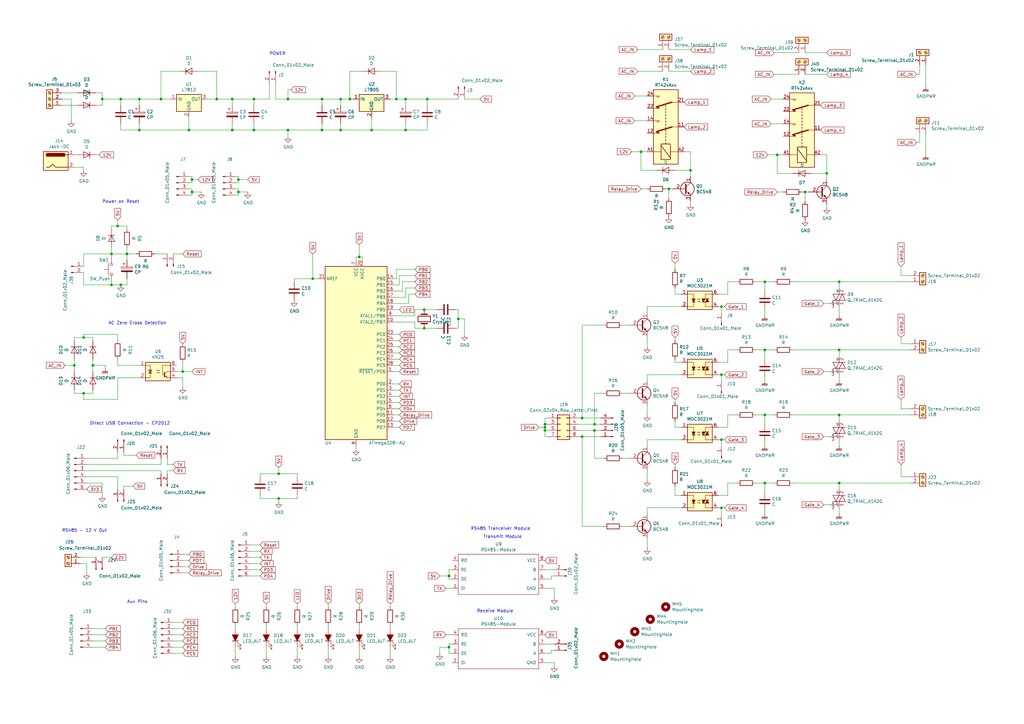
<source format=kicad_sch>
(kicad_sch (version 20231120) (generator "eeschema") (generator_version "8.0")
  (paper "A3")
  (lib_symbols
    (symbol "Connector:Jack-DC" (pin_names (offset 1.016))
      (property "Reference" "J" (at 0 5.334 0))
      (property "Value" "Jack-DC" (at 0 -5.08 0))
      (symbol "Jack-DC_1_1"
        (pin passive line (at 7.62 2.54 180) (length 2.54) (name "~") (number "1"))
        (pin passive line (at 7.62 -2.54 180) (length 2.54) (name "~") (number "2"))
      )
    )
    (symbol "Connector:Screw_Terminal_01x02" (pin_names (offset 1.016) hide)
      (property "Reference" "J" (at 0 2.54 0))
      (property "Value" "Screw_Terminal_01x02" (at 0 -5.08 0))
      (symbol "Screw_Terminal_01x02_1_1"
        (pin passive line (at -5.08 0 0) (length 3.81) (name "Pin_1") (number "1"))
        (pin passive line (at -5.08 -2.54 0) (length 3.81) (name "Pin_2") (number "2"))
      )
    )
    (symbol "Connector:Screw_Terminal_01x03" (pin_names (offset 1.016) hide)
      (property "Reference" "J" (at 0 5.08 0))
      (property "Value" "Screw_Terminal_01x03" (at 0 -5.08 0))
      (symbol "Screw_Terminal_01x03_1_1"
        (pin passive line (at -5.08 2.54 0) (length 3.81) (name "Pin_1") (number "1"))
        (pin passive line (at -5.08 0 0) (length 3.81) (name "Pin_2") (number "2"))
        (pin passive line (at -5.08 -2.54 0) (length 3.81) (name "Pin_3") (number "3"))
      )
    )
    (symbol "Connector_Generic:Conn_02x04_Odd_Even" (pin_names (offset 1.016) hide)
      (property "Reference" "J" (at 1.27 5.08 0))
      (property "Value" "Conn_02x04_Odd_Even" (at 1.27 -7.62 0))
      (symbol "Conn_02x04_Odd_Even_1_1"
        (pin passive line (at -5.08 2.54 0) (length 3.81) (name "Pin_1") (number "1"))
        (pin passive line (at 7.62 2.54 180) (length 3.81) (name "Pin_2") (number "2"))
        (pin passive line (at -5.08 0 0) (length 3.81) (name "Pin_3") (number "3"))
        (pin passive line (at 7.62 0 180) (length 3.81) (name "Pin_4") (number "4"))
        (pin passive line (at -5.08 -2.54 0) (length 3.81) (name "Pin_5") (number "5"))
        (pin passive line (at 7.62 -2.54 180) (length 3.81) (name "Pin_6") (number "6"))
        (pin passive line (at -5.08 -5.08 0) (length 3.81) (name "Pin_7") (number "7"))
        (pin passive line (at 7.62 -5.08 180) (length 3.81) (name "Pin_8") (number "8"))
      )
    )
    (symbol "Isolator:4N25" (pin_names (offset 1.016))
      (property "Reference" "U" (at -5.08 5.08 0))
      (property "Value" "4N25" (at 0 5.08 0))
      (symbol "4N25_1_1"
        (pin passive line (at -7.62 2.54 0) (length 2.54) (name "~") (number "1"))
        (pin passive line (at -7.62 -2.54 0) (length 2.54) (name "~") (number "2"))
        (pin no_connect line (at -5.08 0 0) (length 2.54) hide (name "NC") (number "3"))
        (pin passive line (at 7.62 -2.54 180) (length 2.54) (name "~") (number "4"))
        (pin passive line (at 7.62 0 180) (length 2.54) (name "~") (number "5"))
        (pin passive line (at 7.62 2.54 180) (length 2.54) (name "~") (number "6"))
      )
    )
    (symbol "Mechanical:MountingHole" (pin_names (offset 1.016))
      (property "Reference" "H" (at 0 5.08 0))
      (property "Value" "MountingHole" (at 0 3.175 0))
    )
    (symbol "NDT-rescue:ATmega328-PU-MCU_Microchip_ATmega"
      (property "Reference" "U" (at -12.7 36.83 0))
      (property "Value" "ATmega328-PU-MCU_Microchip_ATmega" (at 2.54 -36.83 0))
      (symbol "ATmega328-PU-MCU_Microchip_ATmega_1_1"
        (pin bidirectional line (at 15.24 -7.62 180) (length 2.54) (name "~{RESET}/PC6") (number "1"))
        (pin bidirectional line (at 15.24 12.7 180) (length 2.54) (name "XTAL2/PB7") (number "10"))
        (pin bidirectional line (at 15.24 -25.4 180) (length 2.54) (name "PD5") (number "11"))
        (pin bidirectional line (at 15.24 -27.94 180) (length 2.54) (name "PD6") (number "12"))
        (pin bidirectional line (at 15.24 -30.48 180) (length 2.54) (name "PD7") (number "13"))
        (pin bidirectional line (at 15.24 30.48 180) (length 2.54) (name "PB0") (number "14"))
        (pin bidirectional line (at 15.24 27.94 180) (length 2.54) (name "PB1") (number "15"))
        (pin bidirectional line (at 15.24 25.4 180) (length 2.54) (name "PB2") (number "16"))
        (pin bidirectional line (at 15.24 22.86 180) (length 2.54) (name "PB3") (number "17"))
        (pin bidirectional line (at 15.24 20.32 180) (length 2.54) (name "PB4") (number "18"))
        (pin bidirectional line (at 15.24 17.78 180) (length 2.54) (name "PB5") (number "19"))
        (pin bidirectional line (at 15.24 -12.7 180) (length 2.54) (name "PD0") (number "2"))
        (pin power_in line (at 2.54 38.1 270) (length 2.54) (name "AVCC") (number "20"))
        (pin input line (at -15.24 30.48 0) (length 2.54) (name "AREF") (number "21"))
        (pin passive line (at 0 -38.1 90) (length 2.54) hide (name "GND") (number "22"))
        (pin bidirectional line (at 15.24 7.62 180) (length 2.54) (name "PC0") (number "23"))
        (pin bidirectional line (at 15.24 5.08 180) (length 2.54) (name "PC1") (number "24"))
        (pin bidirectional line (at 15.24 2.54 180) (length 2.54) (name "PC2") (number "25"))
        (pin bidirectional line (at 15.24 0 180) (length 2.54) (name "PC3") (number "26"))
        (pin bidirectional line (at 15.24 -2.54 180) (length 2.54) (name "PC4") (number "27"))
        (pin bidirectional line (at 15.24 -5.08 180) (length 2.54) (name "PC5") (number "28"))
        (pin bidirectional line (at 15.24 -15.24 180) (length 2.54) (name "PD1") (number "3"))
        (pin bidirectional line (at 15.24 -17.78 180) (length 2.54) (name "PD2") (number "4"))
        (pin bidirectional line (at 15.24 -20.32 180) (length 2.54) (name "PD3") (number "5"))
        (pin bidirectional line (at 15.24 -22.86 180) (length 2.54) (name "PD4") (number "6"))
        (pin power_in line (at 0 38.1 270) (length 2.54) (name "VCC") (number "7"))
        (pin power_in line (at 0 -38.1 90) (length 2.54) (name "GND") (number "8"))
        (pin bidirectional line (at 15.24 15.24 180) (length 2.54) (name "XTAL1/PB6") (number "9"))
      )
    )
    (symbol "NDT-rescue:C-Device" (pin_numbers hide) (pin_names (offset 0.254))
      (property "Reference" "C" (at 0.635 2.54 0))
      (property "Value" "C-Device" (at 0.635 -2.54 0))
      (symbol "C-Device_1_1"
        (pin passive line (at 0 3.81 270) (length 2.794) (name "~") (number "1"))
        (pin passive line (at 0 -3.81 90) (length 2.794) (name "~") (number "2"))
      )
    )
    (symbol "NDT-rescue:CP-Device" (pin_numbers hide) (pin_names (offset 0.254))
      (property "Reference" "C" (at 0.635 2.54 0))
      (property "Value" "CP-Device" (at 0.635 -2.54 0))
      (symbol "CP-Device_1_1"
        (pin passive line (at 0 3.81 270) (length 2.794) (name "~") (number "1"))
        (pin passive line (at 0 -3.81 90) (length 2.794) (name "~") (number "2"))
      )
    )
    (symbol "NDT-rescue:Conn_01x01_Male-Connector" (pin_names (offset 1.016) hide)
      (property "Reference" "J" (at 0 2.54 0))
      (property "Value" "Connector_Conn_01x01_Male" (at 0 -2.54 0))
      (symbol "Conn_01x01_Male-Connector_1_1"
        (pin passive line (at 5.08 0 180) (length 3.81) (name "Pin_1") (number "1"))
      )
    )
    (symbol "NDT-rescue:Conn_01x02_Male-Connector" (pin_names (offset 1.016) hide)
      (property "Reference" "J" (at 0 2.54 0))
      (property "Value" "Connector_Conn_01x02_Male" (at 0 -5.08 0))
      (symbol "Conn_01x02_Male-Connector_1_1"
        (pin passive line (at 5.08 0 180) (length 3.81) (name "Pin_1") (number "1"))
        (pin passive line (at 5.08 -2.54 180) (length 3.81) (name "Pin_2") (number "2"))
      )
    )
    (symbol "NDT-rescue:Conn_01x04_Male-Connector" (pin_names (offset 1.016) hide)
      (property "Reference" "J" (at 0 5.08 0))
      (property "Value" "Connector_Conn_01x04_Male" (at 0 -7.62 0))
      (symbol "Conn_01x04_Male-Connector_1_1"
        (pin passive line (at 5.08 2.54 180) (length 3.81) (name "Pin_1") (number "1"))
        (pin passive line (at 5.08 0 180) (length 3.81) (name "Pin_2") (number "2"))
        (pin passive line (at 5.08 -2.54 180) (length 3.81) (name "Pin_3") (number "3"))
        (pin passive line (at 5.08 -5.08 180) (length 3.81) (name "Pin_4") (number "4"))
      )
    )
    (symbol "NDT-rescue:Conn_01x06_Male-Connector" (pin_names (offset 1.016) hide)
      (property "Reference" "J" (at 0 7.62 0))
      (property "Value" "Connector_Conn_01x06_Male" (at 0 -10.16 0))
      (symbol "Conn_01x06_Male-Connector_1_1"
        (pin passive line (at 5.08 5.08 180) (length 3.81) (name "Pin_1") (number "1"))
        (pin passive line (at 5.08 2.54 180) (length 3.81) (name "Pin_2") (number "2"))
        (pin passive line (at 5.08 0 180) (length 3.81) (name "Pin_3") (number "3"))
        (pin passive line (at 5.08 -2.54 180) (length 3.81) (name "Pin_4") (number "4"))
        (pin passive line (at 5.08 -5.08 180) (length 3.81) (name "Pin_5") (number "5"))
        (pin passive line (at 5.08 -7.62 180) (length 3.81) (name "Pin_6") (number "6"))
      )
    )
    (symbol "NDT-rescue:Crystal-Device" (pin_numbers hide) (pin_names (offset 1.016) hide)
      (property "Reference" "Y" (at 0 3.81 0))
      (property "Value" "Crystal-Device" (at 0 -3.81 0))
      (symbol "Crystal-Device_1_1"
        (pin passive line (at -3.81 0 0) (length 1.27) (name "1") (number "1"))
        (pin passive line (at 3.81 0 180) (length 1.27) (name "2") (number "2"))
      )
    )
    (symbol "NDT-rescue:D-Device" (pin_numbers hide) (pin_names (offset 1.016) hide)
      (property "Reference" "D" (at 0 2.54 0))
      (property "Value" "D-Device" (at 0 -2.54 0))
      (symbol "D-Device_1_1"
        (pin passive line (at -3.81 0 0) (length 2.54) (name "K") (number "1"))
        (pin passive line (at 3.81 0 180) (length 2.54) (name "A") (number "2"))
      )
    )
    (symbol "NDT-rescue:LED_ALT-Device" (pin_numbers hide) (pin_names (offset 1.016) hide)
      (property "Reference" "D" (at 0 2.54 0))
      (property "Value" "Device_LED_ALT" (at 0 -2.54 0))
      (symbol "LED_ALT-Device_1_1"
        (pin passive line (at -3.81 0 0) (length 2.54) (name "K") (number "1"))
        (pin passive line (at 3.81 0 180) (length 2.54) (name "A") (number "2"))
      )
    )
    (symbol "NDT-rescue:MOC3021M-Relay_SolidState" (pin_names (offset 1.016))
      (property "Reference" "U" (at -5.334 4.826 0))
      (property "Value" "MOC3021M-Relay_SolidState" (at 0 5.08 0))
      (symbol "MOC3021M-Relay_SolidState_1_1"
        (pin passive line (at -7.62 2.54 0) (length 2.54) (name "~") (number "1"))
        (pin passive line (at -7.62 -2.54 0) (length 2.54) (name "~") (number "2"))
        (pin no_connect line (at -7.62 0 0) (length 2.54) hide (name "NC") (number "3"))
        (pin passive line (at 7.62 -2.54 180) (length 2.54) (name "~") (number "4"))
        (pin no_connect line (at 7.62 0 180) (length 2.54) hide (name "NC") (number "5"))
        (pin passive line (at 7.62 2.54 180) (length 2.54) (name "~") (number "6"))
      )
    )
    (symbol "NDT-rescue:Q_TRIAC_A1A2G-Device" (pin_names (offset 0))
      (property "Reference" "D" (at 3.175 0.635 0))
      (property "Value" "Q_TRIAC_A1A2G-Device" (at 3.175 -1.27 0))
      (symbol "Q_TRIAC_A1A2G-Device_1_1"
        (pin passive line (at 0 -3.81 90) (length 2.54) (name "A1") (number "1"))
        (pin passive line (at 0 3.81 270) (length 2.54) (name "A2") (number "2"))
        (pin input line (at -3.81 -2.54 0) (length 2.54) (name "G") (number "3"))
      )
    )
    (symbol "NDT-rescue:R-Device" (pin_numbers hide) (pin_names (offset 0))
      (property "Reference" "R" (at 2.032 0 90))
      (property "Value" "R-Device" (at 0 0 90))
      (symbol "R-Device_1_1"
        (pin passive line (at 0 3.81 270) (length 1.27) (name "~") (number "1"))
        (pin passive line (at 0 -3.81 90) (length 1.27) (name "~") (number "2"))
      )
    )
    (symbol "NDT-rescue:RS485-Module-Interface" (pin_names (offset 1.016))
      (property "Reference" "U" (at -1.27 -7.62 0))
      (property "Value" "RS485-Module-Interface" (at -1.27 2.54 0))
      (symbol "RS485-Module-Interface_1_1"
        (pin input line (at -6.35 19.05 270) (length 2.54) (name "DI") (number "1"))
        (pin input line (at -2.54 19.05 270) (length 2.54) (name "DE") (number "2"))
        (pin input line (at 1.27 19.05 270) (length 2.54) (name "RE") (number "3"))
        (pin input line (at 5.08 19.05 270) (length 2.54) (name "RO") (number "4"))
        (pin power_in line (at -6.35 -19.05 90) (length 2.54) (name "GND") (number "5"))
        (pin bidirectional line (at -2.54 -19.05 90) (length 2.54) (name "A") (number "6"))
        (pin bidirectional line (at 1.27 -19.05 90) (length 2.54) (name "B") (number "7"))
        (pin power_in line (at 5.08 -19.05 90) (length 2.54) (name "VCC") (number "8"))
      )
    )
    (symbol "Regulator_Linear:L7805" (pin_names (offset 0.254))
      (property "Reference" "U" (at -3.81 3.175 0))
      (property "Value" "L7805" (at 0 3.175 0))
      (symbol "L7805_1_1"
        (pin power_in line (at -7.62 0 0) (length 2.54) (name "IN") (number "1"))
        (pin power_in line (at 0 -7.62 90) (length 2.54) (name "GND") (number "2"))
        (pin power_out line (at 7.62 0 180) (length 2.54) (name "OUT") (number "3"))
      )
    )
    (symbol "Regulator_Linear:L7812" (pin_names (offset 0.254))
      (property "Reference" "U" (at -3.81 3.175 0))
      (property "Value" "L7812" (at 0 3.175 0))
      (symbol "L7812_1_1"
        (pin power_in line (at -7.62 0 0) (length 2.54) (name "IN") (number "1"))
        (pin power_in line (at 0 -7.62 90) (length 2.54) (name "GND") (number "2"))
        (pin power_out line (at 7.62 0 180) (length 2.54) (name "OUT") (number "3"))
      )
    )
    (symbol "Relay:RT42xAxx"
      (property "Reference" "K" (at 16.51 3.81 0))
      (property "Value" "RT42xAxx" (at 16.51 1.27 0))
      (symbol "RT42xAxx_1_1"
        (pin passive line (at 0 -7.62 90) (length 2.54) (name "~") (number "11"))
        (pin passive line (at -2.54 7.62 270) (length 2.54) (name "~") (number "12"))
        (pin passive line (at 2.54 7.62 270) (length 2.54) (name "~") (number "14"))
        (pin passive line (at 10.16 -7.62 90) (length 2.54) (name "~") (number "21"))
        (pin passive line (at 7.62 7.62 270) (length 2.54) (name "~") (number "22"))
        (pin passive line (at 12.7 7.62 270) (length 2.54) (name "~") (number "24"))
        (pin passive line (at -10.16 7.62 270) (length 2.54) (name "~") (number "A1"))
        (pin passive line (at -10.16 -7.62 90) (length 2.54) (name "~") (number "A2"))
      )
    )
    (symbol "Switch:SW_Push" (pin_numbers hide) (pin_names (offset 1.016) hide)
      (property "Reference" "SW" (at 1.27 2.54 0))
      (property "Value" "SW_Push" (at 0 -1.524 0))
      (symbol "SW_Push_0_1"
        (pin passive line (at -5.08 0 0) (length 2.54) (name "1") (number "1"))
        (pin passive line (at 5.08 0 180) (length 2.54) (name "2") (number "2"))
      )
    )
    (symbol "Transistor_BJT:BC548" (pin_names (offset 0) hide)
      (property "Reference" "Q" (at 5.08 1.905 0))
      (property "Value" "BC548" (at 5.08 0 0))
      (symbol "BC548_1_1"
        (pin passive line (at 2.54 5.08 270) (length 2.54) (name "C") (number "1"))
        (pin input line (at -5.08 0 0) (length 5.08) (name "B") (number "2"))
        (pin passive line (at 2.54 -5.08 90) (length 2.54) (name "E") (number "3"))
      )
    )
    (symbol "power:GND" (power) (pin_names (offset 0))
      (property "Value" "GND" (at 0 -3.81 0))
      (symbol "GND_1_1"
        (pin power_in line (at 0 0 270) (length 0) hide (name "GND") (number "1"))
      )
    )
    (symbol "power:GNDPWR" (power) (pin_names (offset 0))
      (property "Value" "GNDPWR" (at 0 -3.302 0))
      (symbol "GNDPWR_1_1"
        (pin power_in line (at 0 0 270) (length 0) hide (name "GNDPWR") (number "1"))
      )
    )
  )
  (junction (at 41.91 40.64))
  (junction (at 339.09 71.12))
  (junction (at 295.91 125.73))
  (junction (at 132.08 40.64))
  (junction (at 262.89 62.23))
  (junction (at 243.84 176.53))
  (junction (at 38.1 149.86))
  (junction (at 238.76 171.45))
  (junction (at 95.25 40.64))
  (junction (at 114.3 194.31))
  (junction (at 223.52 176.53))
  (junction (at 184.15 265.43))
  (junction (at 313.69 115.57))
  (junction (at 97.79 73.66))
  (junction (at 78.74 78.74))
  (junction (at 175.26 40.64))
  (junction (at 34.29 161.29))
  (junction (at 104.14 40.64))
  (junction (at 184.15 236.22))
  (junction (at 344.17 198.12))
  (junction (at 57.15 40.64))
  (junction (at 313.69 198.12))
  (junction (at 313.69 170.18))
  (junction (at 223.52 173.99))
  (junction (at 187.96 130.81))
  (junction (at 344.17 115.57))
  (junction (at 238.76 179.07))
  (junction (at 97.79 78.74))
  (junction (at 118.11 53.34))
  (junction (at 132.08 53.34))
  (junction (at 330.2 78.74))
  (junction (at 295.91 208.28))
  (junction (at 274.32 77.47))
  (junction (at 139.7 53.34))
  (junction (at 318.77 63.5))
  (junction (at 49.53 40.64))
  (junction (at 95.25 53.34))
  (junction (at 118.11 40.64))
  (junction (at 66.04 40.64))
  (junction (at 74.93 152.4))
  (junction (at 45.72 116.84))
  (junction (at 52.07 104.14))
  (junction (at 295.91 153.67))
  (junction (at 344.17 170.18))
  (junction (at 283.21 69.85))
  (junction (at 34.29 138.43))
  (junction (at 48.26 92.71))
  (junction (at 166.37 53.34))
  (junction (at 143.51 40.64))
  (junction (at 114.3 204.47))
  (junction (at 162.56 40.64))
  (junction (at 152.4 53.34))
  (junction (at 344.17 143.51))
  (junction (at 166.37 40.64))
  (junction (at 128.27 114.3))
  (junction (at 77.47 53.34))
  (junction (at 139.7 40.64))
  (junction (at 173.99 134.62))
  (junction (at 295.91 180.34))
  (junction (at 88.9 40.64))
  (junction (at 243.84 173.99))
  (junction (at 223.52 175.26))
  (junction (at 45.72 104.14))
  (junction (at 173.99 127))
  (junction (at 57.15 53.34))
  (junction (at 104.14 53.34))
  (junction (at 78.74 73.66))
  (junction (at 30.48 149.86))
  (junction (at 313.69 143.51))
  (junction (at 147.32 105.41))
  (junction (at 49.53 116.84))
  (wire (pts (xy 48.26 92.71) (xy 52.07 92.71)))
  (wire (pts (xy 223.52 179.07) (xy 224.79 179.07)))
  (wire (pts (xy 35.56 193.04) (xy 66.04 193.04)))
  (wire (pts (xy 313.69 119.38) (xy 313.69 115.57)))
  (wire (pts (xy 102.87 233.68) (xy 106.68 233.68)))
  (wire (pts (xy 71.12 193.04) (xy 68.58 193.04)))
  (wire (pts (xy 139.7 50.8) (xy 139.7 53.34)))
  (wire (pts (xy 78.74 78.74) (xy 78.74 80.01)))
  (wire (pts (xy 317.5 21.59) (xy 327.66 21.59)))
  (wire (pts (xy 223.52 171.45) (xy 223.52 173.99)))
  (wire (pts (xy 224.79 171.45) (xy 223.52 171.45)))
  (wire (pts (xy 265.43 180.34) (xy 265.43 182.88)))
  (wire (pts (xy 262.89 62.23) (xy 265.43 62.23)))
  (wire (pts (xy 161.29 116.84) (xy 163.83 116.84)))
  (wire (pts (xy 297.18 153.67) (xy 295.91 153.67)))
  (wire (pts (xy 313.69 170.18) (xy 317.5 170.18)))
  (wire (pts (xy 184.15 237.49) (xy 184.15 236.22)))
  (wire (pts (xy 78.74 78.74) (xy 82.55 78.74)))
  (wire (pts (xy 97.79 78.74) (xy 97.79 80.01)))
  (wire (pts (xy 38.1 138.43) (xy 38.1 139.7)))
  (wire (pts (xy 161.29 127) (xy 163.83 127)))
  (wire (pts (xy 226.06 266.7) (xy 227.33 266.7)))
  (wire (pts (xy 163.83 175.26) (xy 161.29 175.26)))
  (wire (pts (xy 173.99 134.62) (xy 179.07 134.62)))
  (wire (pts (xy 57.15 40.64) (xy 49.53 40.64)))
  (wire (pts (xy 190.5 40.64) (xy 196.85 40.64)))
  (wire (pts (xy 45.72 101.6) (xy 45.72 104.14)))
  (wire (pts (xy 262.89 77.47) (xy 265.43 77.47)))
  (wire (pts (xy 237.49 179.07) (xy 238.76 179.07)))
  (wire (pts (xy 295.91 125.73) (xy 297.18 125.73)))
  (wire (pts (xy 261.62 29.21) (xy 271.78 29.21)))
  (wire (pts (xy 71.12 262.89) (xy 74.93 262.89)))
  (wire (pts (xy 162.56 110.49) (xy 170.18 110.49)))
  (wire (pts (xy 187.96 134.62) (xy 186.69 134.62)))
  (wire (pts (xy 265.43 170.18) (xy 265.43 166.37)))
  (wire (pts (xy 49.53 40.64) (xy 41.91 40.64)))
  (wire (pts (xy 35.56 231.14) (xy 35.56 234.95)))
  (wire (pts (xy 175.26 40.64) (xy 187.96 40.64)))
  (wire (pts (xy 298.45 203.2) (xy 298.45 198.12)))
  (wire (pts (xy 63.5 104.14) (xy 68.58 104.14)))
  (wire (pts (xy 66.04 40.64) (xy 66.04 29.21)))
  (wire (pts (xy 259.08 62.23) (xy 262.89 62.23)))
  (wire (pts (xy 325.12 143.51) (xy 344.17 143.51)))
  (wire (pts (xy 226.06 267.97) (xy 226.06 266.7)))
  (wire (pts (xy 175.26 53.34) (xy 175.26 50.8)))
  (wire (pts (xy 118.11 53.34) (xy 132.08 53.34)))
  (wire (pts (xy 38.1 149.86) (xy 43.18 149.86)))
  (wire (pts (xy 52.07 104.14) (xy 55.88 104.14)))
  (wire (pts (xy 243.84 161.29) (xy 247.65 161.29)))
  (wire (pts (xy 139.7 53.34) (xy 152.4 53.34)))
  (wire (pts (xy 373.38 113.03) (xy 369.57 113.03)))
  (wire (pts (xy 45.72 92.71) (xy 48.26 92.71)))
  (wire (pts (xy 30.48 160.02) (xy 30.48 161.29)))
  (wire (pts (xy 265.43 220.98) (xy 265.43 224.79)))
  (wire (pts (xy 161.29 160.02) (xy 163.83 160.02)))
  (wire (pts (xy 161.29 165.1) (xy 163.83 165.1)))
  (wire (pts (xy 134.62 256.54) (xy 134.62 257.81)))
  (wire (pts (xy 25.4 40.64) (xy 29.21 40.64)))
  (wire (pts (xy 109.22 256.54) (xy 109.22 257.81)))
  (wire (pts (xy 106.68 203.2) (xy 106.68 204.47)))
  (wire (pts (xy 337.82 124.46) (xy 340.36 124.46)))
  (wire (pts (xy 77.47 77.47) (xy 78.74 77.47)))
  (wire (pts (xy 166.37 53.34) (xy 175.26 53.34)))
  (wire (pts (xy 45.72 115.57) (xy 45.72 116.84)))
  (wire (pts (xy 95.25 50.8) (xy 95.25 53.34)))
  (wire (pts (xy 96.52 74.93) (xy 97.79 74.93)))
  (wire (pts (xy 156.21 29.21) (xy 162.56 29.21)))
  (wire (pts (xy 316.23 50.8) (xy 321.31 50.8)))
  (wire (pts (xy 43.18 149.86) (xy 43.18 151.13)))
  (wire (pts (xy 283.21 62.23) (xy 283.21 69.85)))
  (wire (pts (xy 313.69 143.51) (xy 317.5 143.51)))
  (wire (pts (xy 238.76 171.45) (xy 237.49 171.45)))
  (wire (pts (xy 30.48 147.32) (xy 30.48 149.86)))
  (wire (pts (xy 170.18 134.62) (xy 173.99 134.62)))
  (wire (pts (xy 325.12 198.12) (xy 344.17 198.12)))
  (wire (pts (xy 74.93 154.94) (xy 74.93 158.75)))
  (wire (pts (xy 223.52 267.97) (xy 226.06 267.97)))
  (wire (pts (xy 175.26 43.18) (xy 175.26 40.64)))
  (wire (pts (xy 283.21 82.55) (xy 283.21 83.82)))
  (wire (pts (xy 262.89 69.85) (xy 262.89 62.23)))
  (wire (pts (xy 165.1 115.57) (xy 170.18 115.57)))
  (wire (pts (xy 227.33 241.3) (xy 227.33 245.11)))
  (wire (pts (xy 369.57 138.43) (xy 369.57 140.97)))
  (wire (pts (xy 152.4 53.34) (xy 166.37 53.34)))
  (wire (pts (xy 369.57 113.03) (xy 369.57 109.22)))
  (wire (pts (xy 182.88 260.35) (xy 185.42 260.35)))
  (wire (pts (xy 316.23 40.64) (xy 321.31 40.64)))
  (wire (pts (xy 78.74 73.66) (xy 81.28 73.66)))
  (wire (pts (xy 52.07 101.6) (xy 52.07 104.14)))
  (wire (pts (xy 276.86 118.11) (xy 276.86 120.65)))
  (wire (pts (xy 68.58 193.04) (xy 68.58 194.31)))
  (wire (pts (xy 295.91 180.34) (xy 294.64 180.34)))
  (wire (pts (xy 96.52 77.47) (xy 97.79 77.47)))
  (wire (pts (xy 78.74 77.47) (xy 78.74 78.74)))
  (wire (pts (xy 106.68 195.58) (xy 106.68 194.31)))
  (wire (pts (xy 38.1 262.89) (xy 43.18 262.89)))
  (wire (pts (xy 102.87 231.14) (xy 106.68 231.14)))
  (wire (pts (xy 161.29 157.48) (xy 163.83 157.48)))
  (wire (pts (xy 97.79 72.39) (xy 97.79 73.66)))
  (wire (pts (xy 78.74 80.01) (xy 77.47 80.01)))
  (wire (pts (xy 184.15 233.68) (xy 185.42 233.68)))
  (wire (pts (xy 295.91 210.82) (xy 295.91 208.28)))
  (wire (pts (xy 45.72 104.14) (xy 52.07 104.14)))
  (wire (pts (xy 276.86 120.65) (xy 279.4 120.65)))
  (wire (pts (xy 45.72 93.98) (xy 45.72 92.71)))
  (wire (pts (xy 38.1 147.32) (xy 38.1 149.86)))
  (wire (pts (xy 38.1 257.81) (xy 43.18 257.81)))
  (wire (pts (xy 294.64 175.26) (xy 298.45 175.26)))
  (wire (pts (xy 114.3 204.47) (xy 121.92 204.47)))
  (wire (pts (xy 163.83 170.18) (xy 161.29 170.18)))
  (wire (pts (xy 166.37 50.8) (xy 166.37 53.34)))
  (wire (pts (xy 379.73 54.61) (xy 379.73 63.5)))
  (wire (pts (xy 30.48 149.86) (xy 30.48 152.4)))
  (wire (pts (xy 170.18 129.54) (xy 170.18 127)))
  (wire (pts (xy 280.67 62.23) (xy 283.21 62.23)))
  (wire (pts (xy 295.91 208.28) (xy 294.64 208.28)))
  (wire (pts (xy 121.92 256.54) (xy 121.92 257.81)))
  (wire (pts (xy 238.76 133.35) (xy 238.76 171.45)))
  (wire (pts (xy 48.26 149.86) (xy 57.15 149.86)))
  (wire (pts (xy 344.17 143.51) (xy 373.38 143.51)))
  (wire (pts (xy 97.79 73.66) (xy 97.79 74.93)))
  (wire (pts (xy 339.09 73.66) (xy 339.09 71.12)))
  (wire (pts (xy 223.52 176.53) (xy 223.52 179.07)))
  (wire (pts (xy 147.32 105.41) (xy 148.59 105.41)))
  (wire (pts (xy 247.65 187.96) (xy 243.84 187.96)))
  (wire (pts (xy 257.81 215.9) (xy 255.27 215.9)))
  (wire (pts (xy 71.12 190.5) (xy 68.58 190.5)))
  (wire (pts (xy 160.02 265.43) (xy 160.02 269.24)))
  (wire (pts (xy 48.26 163.83) (xy 34.29 163.83)))
  (wire (pts (xy 41.91 198.12) (xy 41.91 203.2)))
  (wire (pts (xy 336.55 63.5) (xy 339.09 63.5)))
  (wire (pts (xy 161.29 152.4) (xy 163.83 152.4)))
  (wire (pts (xy 339.09 83.82) (xy 339.09 85.09)))
  (wire (pts (xy 49.53 50.8) (xy 49.53 53.34)))
  (wire (pts (xy 66.04 190.5) (xy 35.56 190.5)))
  (wire (pts (xy 223.52 271.78) (xy 227.33 271.78)))
  (wire (pts (xy 34.29 111.76) (xy 34.29 116.84)))
  (wire (pts (xy 309.88 198.12) (xy 313.69 198.12)))
  (wire (pts (xy 330.2 30.48) (xy 339.09 30.48)))
  (wire (pts (xy 71.12 255.27) (xy 74.93 255.27)))
  (wire (pts (xy 184.15 236.22) (xy 180.34 236.22)))
  (wire (pts (xy 344.17 172.72) (xy 344.17 170.18)))
  (wire (pts (xy 41.91 38.1) (xy 41.91 40.64)))
  (wire (pts (xy 95.25 40.64) (xy 104.14 40.64)))
  (wire (pts (xy 110.49 40.64) (xy 104.14 40.64)))
  (wire (pts (xy 161.29 121.92) (xy 166.37 121.92)))
  (wire (pts (xy 48.26 154.94) (xy 57.15 154.94)))
  (wire (pts (xy 147.32 265.43) (xy 147.32 269.24)))
  (wire (pts (xy 52.07 106.68) (xy 52.07 104.14)))
  (wire (pts (xy 30.48 161.29) (xy 34.29 161.29)))
  (wire (pts (xy 57.15 43.18) (xy 57.15 40.64)))
  (wire (pts (xy 165.1 119.38) (xy 165.1 115.57)))
  (wire (pts (xy 148.59 105.41) (xy 148.59 106.68)))
  (wire (pts (xy 377.19 58.42) (xy 377.19 54.61)))
  (wire (pts (xy 184.15 236.22) (xy 184.15 233.68)))
  (wire (pts (xy 279.4 208.28) (xy 265.43 208.28)))
  (wire (pts (xy 246.38 176.53) (xy 243.84 176.53)))
  (wire (pts (xy 170.18 132.08) (xy 170.18 134.62)))
  (wire (pts (xy 276.86 110.49) (xy 276.86 107.95)))
  (wire (pts (xy 77.47 74.93) (xy 78.74 74.93)))
  (wire (pts (xy 34.29 161.29) (xy 38.1 161.29)))
  (wire (pts (xy 224.79 173.99) (xy 223.52 173.99)))
  (wire (pts (xy 227.33 264.16) (xy 223.52 264.16)))
  (wire (pts (xy 325.12 170.18) (xy 344.17 170.18)))
  (wire (pts (xy 166.37 121.92) (xy 166.37 118.11)))
  (wire (pts (xy 369.57 140.97) (xy 373.38 140.97)))
  (wire (pts (xy 295.91 128.27) (xy 295.91 125.73)))
  (wire (pts (xy 344.17 146.05) (xy 344.17 143.51)))
  (wire (pts (xy 71.12 260.35) (xy 74.93 260.35)))
  (wire (pts (xy 71.12 104.14) (xy 74.93 104.14)))
  (wire (pts (xy 237.49 173.99) (xy 243.84 173.99)))
  (wire (pts (xy 71.12 265.43) (xy 74.93 265.43)))
  (wire (pts (xy 41.91 43.18) (xy 39.37 43.18)))
  (wire (pts (xy 161.29 124.46) (xy 167.64 124.46)))
  (wire (pts (xy 29.21 40.64) (xy 29.21 49.53)))
  (wire (pts (xy 120.65 114.3) (xy 128.27 114.3)))
  (wire (pts (xy 41.91 228.6) (xy 45.72 228.6)))
  (wire (pts (xy 265.43 208.28) (xy 265.43 210.82)))
  (wire (pts (xy 97.79 80.01) (xy 96.52 80.01)))
  (wire (pts (xy 276.86 199.39) (xy 276.86 203.2)))
  (wire (pts (xy 104.14 43.18) (xy 104.14 40.64)))
  (wire (pts (xy 379.73 26.67) (xy 379.73 35.56)))
  (wire (pts (xy 325.12 71.12) (xy 318.77 71.12)))
  (wire (pts (xy 77.47 234.95) (xy 74.93 234.95)))
  (wire (pts (xy 243.84 187.96) (xy 243.84 176.53)))
  (wire (pts (xy 66.04 193.04) (xy 66.04 194.31)))
  (wire (pts (xy 96.52 256.54) (xy 96.52 257.81)))
  (wire (pts (xy 297.18 180.34) (xy 295.91 180.34)))
  (wire (pts (xy 134.62 265.43) (xy 134.62 269.24)))
  (wire (pts (xy 77.47 227.33) (xy 74.93 227.33)))
  (wire (pts (xy 132.08 50.8) (xy 132.08 53.34)))
  (wire (pts (xy 298.45 115.57) (xy 302.26 115.57)))
  (wire (pts (xy 160.02 40.64) (xy 162.56 40.64)))
  (wire (pts (xy 187.96 127) (xy 187.96 130.81)))
  (wire (pts (xy 39.37 63.5) (xy 40.64 63.5)))
  (wire (pts (xy 97.79 78.74) (xy 101.6 78.74)))
  (wire (pts (xy 38.1 260.35) (xy 43.18 260.35)))
  (wire (pts (xy 298.45 175.26) (xy 298.45 170.18)))
  (wire (pts (xy 45.72 105.41) (xy 45.72 104.14)))
  (wire (pts (xy 344.17 180.34) (xy 344.17 182.88)))
  (wire (pts (xy 104.14 53.34) (xy 118.11 53.34)))
  (wire (pts (xy 344.17 208.28) (xy 344.17 210.82)))
  (wire (pts (xy 223.52 173.99) (xy 223.52 175.26)))
  (wire (pts (xy 41.91 40.64) (xy 41.91 43.18)))
  (wire (pts (xy 97.79 77.47) (xy 97.79 78.74)))
  (wire (pts (xy 223.52 241.3) (xy 227.33 241.3)))
  (wire (pts (xy 104.14 50.8) (xy 104.14 53.34)))
  (wire (pts (xy 184.15 264.16) (xy 185.42 264.16)))
  (wire (pts (xy 257.81 161.29) (xy 255.27 161.29)))
  (wire (pts (xy 167.64 124.46) (xy 167.64 120.65)))
  (wire (pts (xy 161.29 172.72) (xy 163.83 172.72)))
  (wire (pts (xy 276.86 175.26) (xy 279.4 175.26)))
  (wire (pts (xy 246.38 171.45) (xy 238.76 171.45)))
  (wire (pts (xy 161.29 149.86) (xy 163.83 149.86)))
  (wire (pts (xy 273.05 77.47) (xy 274.32 77.47)))
  (wire (pts (xy 314.96 63.5) (xy 318.77 63.5)))
  (wire (pts (xy 109.22 247.65) (xy 109.22 248.92)))
  (wire (pts (xy 344.17 170.18) (xy 373.38 170.18)))
  (wire (pts (xy 34.29 138.43) (xy 34.29 137.16)))
  (wire (pts (xy 298.45 170.18) (xy 302.26 170.18)))
  (wire (pts (xy 26.67 149.86) (xy 30.48 149.86)))
  (wire (pts (xy 274.32 81.28) (xy 274.32 77.47)))
  (wire (pts (xy 78.74 73.66) (xy 78.74 74.93)))
  (wire (pts (xy 265.43 125.73) (xy 265.43 128.27)))
  (wire (pts (xy 161.29 167.64) (xy 163.83 167.64)))
  (wire (pts (xy 102.87 226.06) (xy 106.68 226.06)))
  (wire (pts (xy 128.27 114.3) (xy 128.27 104.14)))
  (wire (pts (xy 265.43 153.67) (xy 265.43 156.21)))
  (wire (pts (xy 298.45 120.65) (xy 298.45 115.57)))
  (wire (pts (xy 39.37 38.1) (xy 41.91 38.1)))
  (wire (pts (xy 313.69 115.57) (xy 317.5 115.57)))
  (wire (pts (xy 317.5 30.48) (xy 327.66 30.48)))
  (wire (pts (xy 226.06 236.22) (xy 227.33 236.22)))
  (wire (pts (xy 132.08 40.64) (xy 139.7 40.64)))
  (wire (pts (xy 114.3 194.31) (xy 121.92 194.31)))
  (wire (pts (xy 330.2 21.59) (xy 339.09 21.59)))
  (wire (pts (xy 246.38 173.99) (xy 243.84 173.99)))
  (wire (pts (xy 30.48 138.43) (xy 34.29 138.43)))
  (wire (pts (xy 34.29 68.58) (xy 34.29 69.85)))
  (wire (pts (xy 294.64 125.73) (xy 295.91 125.73)))
  (wire (pts (xy 313.69 173.99) (xy 313.69 170.18)))
  (wire (pts (xy 344.17 153.67) (xy 344.17 156.21)))
  (wire (pts (xy 38.1 161.29) (xy 38.1 160.02)))
  (wire (pts (xy 265.43 138.43) (xy 265.43 142.24)))
  (wire (pts (xy 77.47 48.26) (xy 77.47 53.34)))
  (wire (pts (xy 114.3 191.77) (xy 114.3 194.31)))
  (wire (pts (xy 69.85 40.64) (xy 66.04 40.64)))
  (wire (pts (xy 373.38 198.12) (xy 344.17 198.12)))
  (wire (pts (xy 309.88 170.18) (xy 313.69 170.18)))
  (wire (pts (xy 49.53 53.34) (xy 57.15 53.34)))
  (wire (pts (xy 166.37 40.64) (xy 175.26 40.64)))
  (wire (pts (xy 147.32 100.33) (xy 147.32 105.41)))
  (wire (pts (xy 66.04 29.21) (xy 73.66 29.21)))
  (wire (pts (xy 34.29 137.16) (xy 48.26 137.16)))
  (wire (pts (xy 77.47 232.41) (xy 74.93 232.41)))
  (wire (pts (xy 38.1 265.43) (xy 43.18 265.43)))
  (wire (pts (xy 294.64 148.59) (xy 298.45 148.59)))
  (wire (pts (xy 223.52 237.49) (xy 226.06 237.49)))
  (wire (pts (xy 139.7 43.18) (xy 139.7 40.64)))
  (wire (pts (xy 72.39 154.94) (xy 74.93 154.94)))
  (wire (pts (xy 330.2 82.55) (xy 330.2 78.74)))
  (wire (pts (xy 344.17 118.11) (xy 344.17 115.57)))
  (wire (pts (xy 96.52 247.65) (xy 96.52 248.92)))
  (wire (pts (xy 162.56 29.21) (xy 162.56 40.64)))
  (wire (pts (xy 163.83 113.03) (xy 170.18 113.03)))
  (wire (pts (xy 283.21 72.39) (xy 283.21 69.85)))
  (wire (pts (xy 49.53 43.18) (xy 49.53 40.64)))
  (wire (pts (xy 160.02 256.54) (xy 160.02 257.81)))
  (wire (pts (xy 182.88 241.3) (xy 185.42 241.3)))
  (wire (pts (xy 45.72 116.84) (xy 49.53 116.84)))
  (wire (pts (xy 72.39 152.4) (xy 74.93 152.4)))
  (wire (pts (xy 118.11 55.88) (xy 118.11 53.34)))
  (wire (pts (xy 279.4 153.67) (xy 265.43 153.67)))
  (wire (pts (xy 147.32 256.54) (xy 147.32 257.81)))
  (wire (pts (xy 132.08 53.34) (xy 139.7 53.34)))
  (wire (pts (xy 337.82 152.4) (xy 340.36 152.4)))
  (wire (pts (xy 276.86 69.85) (xy 283.21 69.85)))
  (wire (pts (xy 52.07 114.3) (xy 52.07 116.84)))
  (wire (pts (xy 48.26 92.71) (xy 48.26 90.17)))
  (wire (pts (xy 66.04 187.96) (xy 66.04 190.5)))
  (wire (pts (xy 294.64 120.65) (xy 298.45 120.65)))
  (wire (pts (xy 113.03 40.64) (xy 118.11 40.64)))
  (wire (pts (xy 30.48 139.7) (xy 30.48 138.43)))
  (wire (pts (xy 318.77 71.12) (xy 318.77 63.5)))
  (wire (pts (xy 34.29 116.84) (xy 45.72 116.84)))
  (wire (pts (xy 369.57 163.83) (xy 369.57 167.64)))
  (wire (pts (xy 161.29 129.54) (xy 170.18 129.54)))
  (wire (pts (xy 81.28 29.21) (xy 88.9 29.21)))
  (wire (pts (xy 77.47 229.87) (xy 74.93 229.87)))
  (wire (pts (xy 330.2 78.74) (xy 331.47 78.74)))
  (wire (pts (xy 162.56 114.3) (xy 162.56 110.49)))
  (wire (pts (xy 139.7 40.64) (xy 143.51 40.64)))
  (wire (pts (xy 243.84 173.99) (xy 243.84 161.29)))
  (wire (pts (xy 313.69 209.55) (xy 313.69 210.82)))
  (wire (pts (xy 31.75 38.1) (xy 25.4 38.1)))
  (wire (pts (xy 102.87 223.52) (xy 106.68 223.52)))
  (wire (pts (xy 102.87 228.6) (xy 106.68 228.6)))
  (wire (pts (xy 260.35 39.37) (xy 265.43 39.37)))
  (wire (pts (xy 187.96 130.81) (xy 187.96 134.62)))
  (wire (pts (xy 313.69 198.12) (xy 317.5 198.12)))
  (wire (pts (xy 52.07 92.71) (xy 52.07 93.98)))
  (wire (pts (xy 274.32 77.47) (xy 275.59 77.47)))
  (wire (pts (xy 95.25 53.34) (xy 104.14 53.34)))
  (wire (pts (xy 309.88 115.57) (xy 313.69 115.57)))
  (wire (pts (xy 146.05 105.41) (xy 147.32 105.41)))
  (wire (pts (xy 34.29 104.14) (xy 45.72 104.14)))
  (wire (pts (xy 332.74 71.12) (xy 339.09 71.12)))
  (wire (pts (xy 375.92 58.42) (xy 377.19 58.42)))
  (wire (pts (xy 35.56 198.12) (xy 41.91 198.12)))
  (wire (pts (xy 274.32 20.32) (xy 283.21 20.32)))
  (wire (pts (xy 48.26 185.42) (xy 48.26 187.96)))
  (wire (pts (xy 318.77 63.5) (xy 321.31 63.5)))
  (wire (pts (xy 260.35 49.53) (xy 265.43 49.53)))
  (wire (pts (xy 265.43 193.04) (xy 265.43 196.85)))
  (wire (pts (xy 297.18 208.28) (xy 295.91 208.28)))
  (wire (pts (xy 309.88 143.51) (xy 313.69 143.51)))
  (wire (pts (xy 77.47 53.34) (xy 95.25 53.34)))
  (wire (pts (xy 71.12 267.97) (xy 74.93 267.97)))
  (wire (pts (xy 257.81 133.35) (xy 255.27 133.35)))
  (wire (pts (xy 34.29 163.83) (xy 34.29 161.29)))
  (wire (pts (xy 185.42 267.97) (xy 184.15 267.97)))
  (wire (pts (xy 161.29 142.24) (xy 163.83 142.24)))
  (wire (pts (xy 34.29 109.22) (xy 34.29 104.14)))
  (wire (pts (xy 295.91 156.21) (xy 295.91 153.67)))
  (wire (pts (xy 121.92 204.47) (xy 121.92 203.2)))
  (wire (pts (xy 163.83 116.84) (xy 163.83 113.03)))
  (wire (pts (xy 66.04 40.64) (xy 57.15 40.64)))
  (wire (pts (xy 161.29 144.78) (xy 163.83 144.78)))
  (wire (pts (xy 161.29 132.08) (xy 170.18 132.08)))
  (wire (pts (xy 48.26 137.16) (xy 48.26 139.7)))
  (wire (pts (xy 77.47 72.39) (xy 78.74 72.39)))
  (wire (pts (xy 120.65 115.57) (xy 120.65 114.3)))
  (wire (pts (xy 88.9 40.64) (xy 95.25 40.64)))
  (wire (pts (xy 30.48 63.5) (xy 31.75 63.5)))
  (wire (pts (xy 162.56 40.64) (xy 166.37 40.64)))
  (wire (pts (xy 313.69 156.21) (xy 313.69 154.94)))
  (wire (pts (xy 318.77 78.74) (xy 321.31 78.74)))
  (wire (pts (xy 74.93 152.4) (xy 74.93 148.59)))
  (wire (pts (xy 106.68 204.47) (xy 114.3 204.47)))
  (wire (pts (xy 118.11 40.64) (xy 118.11 36.83)))
  (wire (pts (xy 148.59 29.21) (xy 143.51 29.21)))
  (wire (pts (xy 71.12 257.81) (xy 74.93 257.81)))
  (wire (pts (xy 344.17 200.66) (xy 344.17 198.12)))
  (wire (pts (xy 118.11 40.64) (xy 132.08 40.64)))
  (wire (pts (xy 50.8 186.69) (xy 55.88 186.69)))
  (wire (pts (xy 118.11 36.83) (xy 119.38 36.83)))
  (wire (pts (xy 50.8 199.39) (xy 50.8 200.66)))
  (wire (pts (xy 238.76 179.07) (xy 246.38 179.07)))
  (wire (pts (xy 180.34 265.43) (xy 180.34 267.97)))
  (wire (pts (xy 57.15 53.34) (xy 77.47 53.34)))
  (wire (pts (xy 167.64 120.65) (xy 170.18 120.65)))
  (wire (pts (xy 68.58 190.5) (xy 68.58 187.96)))
  (wire (pts (xy 313.69 181.61) (xy 313.69 182.88)))
  (wire (pts (xy 114.3 205.74) (xy 114.3 204.47)))
  (wire (pts (xy 85.09 40.64) (xy 88.9 40.64)))
  (wire (pts (xy 298.45 148.59) (xy 298.45 143.51)))
  (wire (pts (xy 48.26 195.58) (xy 48.26 200.66)))
  (wire (pts (xy 238.76 179.07) (xy 238.76 215.9)))
  (wire (pts (xy 313.69 201.93) (xy 313.69 198.12)))
  (wire (pts (xy 227.33 271.78) (xy 227.33 273.05)))
  (wire (pts (xy 161.29 137.16) (xy 163.83 137.16)))
  (wire (pts (xy 337.82 207.01) (xy 340.36 207.01)))
  (wire (pts (xy 295.91 182.88) (xy 295.91 180.34)))
  (wire (pts (xy 161.29 114.3) (xy 162.56 114.3)))
  (wire (pts (xy 161.29 119.38) (xy 165.1 119.38)))
  (wire (pts (xy 173.99 127) (xy 179.07 127)))
  (wire (pts (xy 31.75 43.18) (xy 25.4 43.18)))
  (wire (pts (xy 373.38 115.57) (xy 344.17 115.57)))
  (wire (pts (xy 279.4 125.73) (xy 265.43 125.73)))
  (wire (pts (xy 295.91 153.67) (xy 294.64 153.67)))
  (wire (pts (xy 88.9 29.21) (xy 88.9 40.64)))
  (wire (pts (xy 185.42 237.49) (xy 184.15 237.49)))
  (wire (pts (xy 274.32 29.21) (xy 283.21 29.21)))
  (wire (pts (xy 35.56 195.58) (xy 48.26 195.58)))
  (wire (pts (xy 279.4 180.34) (xy 265.43 180.34)))
  (wire (pts (xy 339.09 63.5) (xy 339.09 71.12)))
  (wire (pts (xy 223.52 233.68) (xy 227.33 233.68)))
  (wire (pts (xy 33.02 228.6) (xy 39.37 228.6)))
  (wire (pts (xy 166.37 118.11) (xy 170.18 118.11)))
  (wire (pts (xy 130.81 114.3) (xy 128.27 114.3)))
  (wire (pts (xy 377.19 30.48) (xy 377.19 26.67)))
  (wire (pts (xy 49.53 116.84) (xy 52.07 116.84)))
  (wire (pts (xy 223.52 175.26) (xy 223.52 176.53)))
  (wire (pts (xy 269.24 69.85) (xy 262.89 69.85)))
  (wire (pts (xy 294.64 203.2) (xy 298.45 203.2)))
  (wire (pts (xy 57.15 50.8) (xy 57.15 53.34)))
  (wire (pts (xy 184.15 265.43) (xy 180.34 265.43)))
  (wire (pts (xy 109.22 265.43) (xy 109.22 269.24)))
  (wire (pts (xy 276.86 203.2) (xy 279.4 203.2)))
  (wire (pts (xy 226.06 237.49) (xy 226.06 236.22)))
  (wire (pts (xy 106.68 194.31) (xy 114.3 194.31)))
  (wire (pts (xy 276.86 148.59) (xy 279.4 148.59)))
  (wire (pts (xy 30.48 68.58) (xy 34.29 68.58)))
  (wire (pts (xy 78.74 72.39) (xy 78.74 73.66)))
  (wire (pts (xy 54.61 199.39) (xy 50.8 199.39)))
  (wire (pts (xy 96.52 72.39) (xy 97.79 72.39)))
  (wire (pts (xy 276.86 163.83) (xy 276.86 165.1)))
  (wire (pts (xy 152.4 48.26) (xy 152.4 53.34)))
  (wire (pts (xy 261.62 20.32) (xy 271.78 20.32)))
  (wire (pts (xy 95.25 43.18) (xy 95.25 40.64)))
  (wire (pts (xy 48.26 147.32) (xy 48.26 149.86)))
  (wire (pts (xy 102.87 236.22) (xy 106.68 236.22)))
  (wire (pts (xy 170.18 127) (xy 173.99 127)))
  (wire (pts (xy 146.05 184.15) (xy 146.05 182.88)))
  (wire (pts (xy 344.17 125.73) (xy 344.17 129.54)))
  (wire (pts (xy 110.49 34.29) (xy 110.49 40.64)))
  (wire (pts (xy 276.86 147.32) (xy 276.86 148.59)))
  (wire (pts (xy 161.29 147.32) (xy 163.83 147.32)))
  (wire (pts (xy 184.15 267.97) (xy 184.15 265.43)))
  (wire (pts (xy 121.92 247.65) (xy 121.92 248.92)))
  (wire (pts (xy 146.05 106.68) (xy 146.05 105.41)))
  (wire (pts (xy 147.32 247.65) (xy 147.32 248.92)))
  (wire (pts (xy 238.76 215.9) (xy 247.65 215.9)))
  (wire (pts (xy 38.1 149.86) (xy 38.1 152.4)))
  (wire (pts (xy 132.08 43.18) (xy 132.08 40.64)))
  (wire (pts (xy 97.79 73.66) (xy 101.6 73.66)))
  (wire (pts (xy 276.86 172.72) (xy 276.86 175.26)))
  (wire (pts (xy 121.92 194.31) (xy 121.92 195.58)))
  (wire (pts (xy 337.82 179.07) (xy 340.36 179.07)))
  (wire (pts (xy 121.92 265.43) (xy 121.92 269.24)))
  (wire (pts (xy 48.26 154.94) (xy 48.26 163.83)))
  (wire (pts (xy 187.96 130.81) (xy 190.5 130.81)))
  (wire (pts (xy 160.02 247.65) (xy 160.02 248.92)))
  (wire (pts (xy 369.57 195.58) (xy 373.38 195.58)))
  (wire (pts (xy 369.57 167.64) (xy 373.38 167.64)))
  (wire (pts (xy 96.52 265.43) (xy 96.52 269.24)))
  (wire (pts (xy 298.45 143.51) (xy 302.26 143.51)))
  (wire (pts (xy 276.86 139.7) (xy 276.86 138.43)))
  (wire (pts (xy 163.83 162.56) (xy 161.29 162.56)))
  (wire (pts (xy 50.8 185.42) (xy 50.8 186.69)))
  (wire (pts (xy 276.86 190.5) (xy 276.86 191.77)))
  (wire (pts (xy 113.03 34.29) (xy 113.03 40.64)))
  (wire (pts (xy 190.5 130.81) (xy 190.5 137.16)))
  (wire (pts (xy 184.15 265.43) (xy 184.15 264.16)))
  (wire (pts (xy 186.69 127) (xy 187.96 127)))
  (wire (pts (xy 35.56 187.96) (xy 48.26 187.96)))
  (wire (pts (xy 74.93 152.4) (xy 78.74 152.4)))
  (wire (pts (xy 375.92 30.48) (xy 377.19 30.48)))
  (wire (pts (xy 313.69 127) (xy 313.69 129.54)))
  (wire (pts (xy 33.02 231.14) (xy 35.56 231.14)))
  (wire (pts (xy 34.29 138.43) (xy 38.1 138.43)))
  (wire (pts (xy 313.69 147.32) (xy 313.69 143.51)))
  (wire (pts (xy 298.45 198.12) (xy 302.26 198.12)))
  (wire (pts (xy 166.37 43.18) (xy 166.37 40.64)))
  (wire (pts (xy 369.57 190.5) (xy 369.57 195.58)))
  (wire (pts (xy 143.51 29.21) (xy 143.51 40.64)))
  (wire (pts (xy 328.93 78.74) (xy 330.2 78.74)))
  (wire (pts (xy 134.62 247.65) (xy 134.62 248.92)))
  (wire (pts (xy 257.81 187.96) (xy 255.27 187.96)))
  (wire (pts (xy 143.51 40.64) (xy 144.78 40.64)))
  (wire (pts (xy 325.12 115.57) (xy 344.17 115.57)))
  (wire (pts (xy 224.79 176.53) (xy 223.52 176.53)))
  (wire (pts (xy 243.84 176.53) (xy 237.49 176.53)))
  (wire (pts (xy 161.29 139.7) (xy 163.83 139.7)))
  (wire (pts (xy 247.65 133.35) (xy 238.76 133.35)))
  (wire (pts (xy 223.52 175.26) (xy 220.98 175.26)))
  (text "RS485 Tranceiver Module\n\n" (at 193.04 219.71 0) (effects (font (size 1.27 1.27)) (justify left bottom)))
  (text "RS485 - 12 V Out" (at 25.4 218.44 0) (effects (font (size 1.27 1.27)) (justify left bottom)))
  (text "Direct USB Connection - CP2012\n\n" (at 36.83 176.53 0) (effects (font (size 1.27 1.27)) (justify left bottom)))
  (text "Transmit Module\n" (at 198.12 220.98 0) (effects (font (size 1.27 1.27)) (justify left bottom)))
  (text "AC Zero Cross Detection\n" (at 44.45 133.35 0) (effects (font (size 1.27 1.27)) (justify left bottom)))
  (text "Power on Reset\n\n\n" (at 41.91 87.63 0) (effects (font (size 1.27 1.27)) (justify left bottom)))
  (text "Receive Module\n" (at 195.58 251.46 0) (effects (font (size 1.27 1.27)) (justify left bottom)))
  (text "POWER" (at 110.49 22.86 0) (effects (font (size 1.27 1.27)) (justify left bottom)))
  (text "Aux Pins\n" (at 52.07 247.65 0) (effects (font (size 1.27 1.27)) (justify left bottom)))
  (global_label "12V" (shape input) (at 45.72 228.6 0) (property "Intersheetrefs" "${INTERSHEET_REFS}" (effects (hide yes))))
  (global_label "5V" (shape input) (at 196.85 40.64 0) (property "Intersheetrefs" "${INTERSHEET_REFS}" (effects (hide yes))))
  (global_label "PB0" (shape input) (at 170.18 110.49 0) (property "Intersheetrefs" "${INTERSHEET_REFS}" (effects (hide yes))))
  (global_label "Lamp_4" (shape input) (at 369.57 190.5 90) (property "Intersheetrefs" "${INTERSHEET_REFS}" (effects (hide yes))))
  (global_label "PB3" (shape input) (at 43.18 262.89 0) (property "Intersheetrefs" "${INTERSHEET_REFS}" (effects (hide yes))))
  (global_label "Gate_4" (shape input) (at 337.82 207.01 180) (property "Intersheetrefs" "${INTERSHEET_REFS}" (effects (hide yes))))
  (global_label "Relay_Drive" (shape input) (at 262.89 77.47 180) (property "Intersheetrefs" "${INTERSHEET_REFS}" (effects (hide yes))))
  (global_label "5V" (shape input) (at 180.34 236.22 180) (property "Intersheetrefs" "${INTERSHEET_REFS}" (effects (hide yes))))
  (global_label "Gate_4" (shape input) (at 297.18 208.28 0) (property "Intersheetrefs" "${INTERSHEET_REFS}" (effects (hide yes))))
  (global_label "12V" (shape input) (at 81.28 73.66 0) (property "Intersheetrefs" "${INTERSHEET_REFS}" (effects (hide yes))))
  (global_label "AC_IN" (shape input) (at 260.35 49.53 180) (property "Intersheetrefs" "${INTERSHEET_REFS}" (effects (hide yes))))
  (global_label "5V" (shape input) (at 74.93 140.97 90) (property "Intersheetrefs" "${INTERSHEET_REFS}" (effects (hide yes))))
  (global_label "PD3" (shape input) (at 163.83 165.1 0) (property "Intersheetrefs" "${INTERSHEET_REFS}" (effects (hide yes))))
  (global_label "PC4" (shape input) (at 74.93 265.43 0) (property "Intersheetrefs" "${INTERSHEET_REFS}" (effects (hide yes))))
  (global_label "5V" (shape input) (at 276.86 138.43 90) (property "Intersheetrefs" "${INTERSHEET_REFS}" (effects (hide yes))))
  (global_label "3V3" (shape input) (at 147.32 247.65 90) (property "Intersheetrefs" "${INTERSHEET_REFS}" (effects (hide yes))))
  (global_label "PC3" (shape input) (at 74.93 262.89 0) (property "Intersheetrefs" "${INTERSHEET_REFS}" (effects (hide yes))))
  (global_label "TX" (shape input) (at 163.83 160.02 0) (property "Intersheetrefs" "${INTERSHEET_REFS}" (effects (hide yes))))
  (global_label "5V" (shape input) (at 276.86 163.83 90) (property "Intersheetrefs" "${INTERSHEET_REFS}" (effects (hide yes))))
  (global_label "Lamp_2" (shape input) (at 280.67 52.07 0) (property "Intersheetrefs" "${INTERSHEET_REFS}" (effects (hide yes))))
  (global_label "5V" (shape input) (at 114.3 191.77 90) (property "Intersheetrefs" "${INTERSHEET_REFS}" (effects (hide yes))))
  (global_label "5V" (shape input) (at 101.6 73.66 0) (property "Intersheetrefs" "${INTERSHEET_REFS}" (effects (hide yes))))
  (global_label "RX" (shape input) (at 106.68 226.06 0) (property "Intersheetrefs" "${INTERSHEET_REFS}" (effects (hide yes))))
  (global_label "PC2" (shape input) (at 74.93 260.35 0) (property "Intersheetrefs" "${INTERSHEET_REFS}" (effects (hide yes))))
  (global_label "TX" (shape input) (at 71.12 190.5 0) (property "Intersheetrefs" "${INTERSHEET_REFS}" (effects (hide yes))))
  (global_label "PC4" (shape input) (at 163.83 147.32 0) (property "Intersheetrefs" "${INTERSHEET_REFS}" (effects (hide yes))))
  (global_label "AC_IN" (shape input) (at 316.23 50.8 180) (property "Intersheetrefs" "${INTERSHEET_REFS}" (effects (hide yes))))
  (global_label "12V" (shape input) (at 119.38 36.83 0) (property "Intersheetrefs" "${INTERSHEET_REFS}" (effects (hide yes))))
  (global_label "PD7" (shape input) (at 163.83 175.26 0) (property "Intersheetrefs" "${INTERSHEET_REFS}" (effects (hide yes))))
  (global_label "LED" (shape input) (at 163.83 127 0) (property "Intersheetrefs" "${INTERSHEET_REFS}" (effects (hide yes))))
  (global_label "PB4" (shape input) (at 43.18 265.43 0) (property "Intersheetrefs" "${INTERSHEET_REFS}" (effects (hide yes))))
  (global_label "PC0" (shape input) (at 74.93 255.27 0) (property "Intersheetrefs" "${INTERSHEET_REFS}" (effects (hide yes))))
  (global_label "Lamp_3" (shape input) (at 336.55 43.18 0) (property "Intersheetrefs" "${INTERSHEET_REFS}" (effects (hide yes))))
  (global_label "PD4" (shape input) (at 106.68 236.22 0) (property "Intersheetrefs" "${INTERSHEET_REFS}" (effects (hide yes))))
  (global_label "5V" (shape input) (at 128.27 104.14 90) (property "Intersheetrefs" "${INTERSHEET_REFS}" (effects (hide yes))))
  (global_label "AC_IN" (shape input) (at 316.23 40.64 180) (property "Intersheetrefs" "${INTERSHEET_REFS}" (effects (hide yes))))
  (global_label "12V" (shape input) (at 259.08 62.23 180) (property "Intersheetrefs" "${INTERSHEET_REFS}" (effects (hide yes))))
  (global_label "AC_IN" (shape input) (at 317.5 21.59 180) (property "Intersheetrefs" "${INTERSHEET_REFS}" (effects (hide yes))))
  (global_label "Drive" (shape input) (at 77.47 232.41 0) (property "Intersheetrefs" "${INTERSHEET_REFS}" (effects (hide yes))))
  (global_label "Reset" (shape input) (at 106.68 223.52 0) (property "Intersheetrefs" "${INTERSHEET_REFS}" (effects (hide yes))))
  (global_label "Gate_3" (shape input) (at 297.18 180.34 0) (property "Intersheetrefs" "${INTERSHEET_REFS}" (effects (hide yes))))
  (global_label "Drive" (shape input) (at 134.62 247.65 90) (property "Intersheetrefs" "${INTERSHEET_REFS}" (effects (hide yes))))
  (global_label "5V" (shape input) (at 54.61 199.39 0) (property "Intersheetrefs" "${INTERSHEET_REFS}" (effects (hide yes))))
  (global_label "Gate_1" (shape input) (at 337.82 124.46 180) (property "Intersheetrefs" "${INTERSHEET_REFS}" (effects (hide yes))))
  (global_label "PB0" (shape input) (at 77.47 227.33 0) (property "Intersheetrefs" "${INTERSHEET_REFS}" (effects (hide yes))))
  (global_label "TX" (shape input) (at 182.88 241.3 180) (property "Intersheetrefs" "${INTERSHEET_REFS}" (effects (hide yes))))
  (global_label "Lamp_3" (shape input) (at 339.09 21.59 0) (property "Intersheetrefs" "${INTERSHEET_REFS}" (effects (hide yes))))
  (global_label "Lamp_3" (shape input) (at 369.57 163.83 90) (property "Intersheetrefs" "${INTERSHEET_REFS}" (effects (hide yes))))
  (global_label "AC_IN" (shape input) (at 261.62 29.21 180) (property "Intersheetrefs" "${INTERSHEET_REFS}" (effects (hide yes))))
  (global_label "Gate_2" (shape input) (at 337.82 152.4 180) (property "Intersheetrefs" "${INTERSHEET_REFS}" (effects (hide yes))))
  (global_label "Drive" (shape input) (at 163.83 172.72 0) (property "Intersheetrefs" "${INTERSHEET_REFS}" (effects (hide yes))))
  (global_label "Gate_2" (shape input) (at 297.18 153.67 0) (property "Intersheetrefs" "${INTERSHEET_REFS}" (effects (hide yes))))
  (global_label "AC_IN" (shape input) (at 26.67 149.86 180) (property "Intersheetrefs" "${INTERSHEET_REFS}" (effects (hide yes))))
  (global_label "Reset" (shape input) (at 163.83 152.4 0) (property "Intersheetrefs" "${INTERSHEET_REFS}" (effects (hide yes))))
  (global_label "Relay_Drive" (shape input) (at 318.77 78.74 180) (property "Intersheetrefs" "${INTERSHEET_REFS}" (effects (hide yes))))
  (global_label "Relay_Drive" (shape input) (at 160.02 247.65 90) (property "Intersheetrefs" "${INTERSHEET_REFS}" (effects (hide yes))))
  (global_label "PD3" (shape input) (at 106.68 233.68 0) (property "Intersheetrefs" "${INTERSHEET_REFS}" (effects (hide yes))))
  (global_label "PB2" (shape input) (at 170.18 115.57 0) (property "Intersheetrefs" "${INTERSHEET_REFS}" (effects (hide yes))))
  (global_label "PB4" (shape input) (at 170.18 120.65 0) (property "Intersheetrefs" "${INTERSHEET_REFS}" (effects (hide yes))))
  (global_label "INT" (shape input) (at 78.74 152.4 0) (property "Intersheetrefs" "${INTERSHEET_REFS}" (effects (hide yes))))
  (global_label "LED" (shape input) (at 121.92 247.65 90) (property "Intersheetrefs" "${INTERSHEET_REFS}" (effects (hide yes))))
  (global_label "5V" (shape input) (at 109.22 247.65 90) (property "Intersheetrefs" "${INTERSHEET_REFS}" (effects (hide yes))))
  (global_label "PC5" (shape input) (at 74.93 267.97 0) (property "Intersheetrefs" "${INTERSHEET_REFS}" (effects (hide yes))))
  (global_label "Drive" (shape input) (at 220.98 175.26 180) (property "Intersheetrefs" "${INTERSHEET_REFS}" (effects (hide yes))))
  (global_label "AC_IN" (shape input) (at 317.5 30.48 180) (property "Intersheetrefs" "${INTERSHEET_REFS}" (effects (hide yes))))
  (global_label "RX" (shape input) (at 182.88 260.35 180) (property "Intersheetrefs" "${INTERSHEET_REFS}" (effects (hide yes))))
  (global_label "AC_IN" (shape input) (at 375.92 30.48 180) (property "Intersheetrefs" "${INTERSHEET_REFS}" (effects (hide yes))))
  (global_label "INT" (shape input) (at 163.83 162.56 0) (property "Intersheetrefs" "${INTERSHEET_REFS}" (effects (hide yes))))
  (global_label "Lamp_1" (shape input) (at 369.57 109.22 90) (property "Intersheetrefs" "${INTERSHEET_REFS}" (effects (hide yes))))
  (global_label "PB2" (shape input) (at 43.18 260.35 0) (property "Intersheetrefs" "${INTERSHEET_REFS}" (effects (hide yes))))
  (global_label "Lamp_1" (shape input) (at 280.67 41.91 0) (property "Intersheetrefs" "${INTERSHEET_REFS}" (effects (hide yes))))
  (global_label "INT" (shape input) (at 106.68 231.14 0) (property "Intersheetrefs" "${INTERSHEET_REFS}" (effects (hide yes))))
  (global_label "PB1" (shape input) (at 43.18 257.81 0) (property "Intersheetrefs" "${INTERSHEET_REFS}" (effects (hide yes))))
  (global_label "12V" (shape input) (at 314.96 63.5 180) (property "Intersheetrefs" "${INTERSHEET_REFS}" (effects (hide yes))))
  (global_label "5V" (shape input) (at 276.86 107.95 90) (property "Intersheetrefs" "${INTERSHEET_REFS}" (effects (hide yes))))
  (global_label "PC0" (shape input) (at 163.83 137.16 0) (property "Intersheetrefs" "${INTERSHEET_REFS}" (effects (hide yes))))
  (global_label "12V" (shape input) (at 40.64 63.5 0) (property "Intersheetrefs" "${INTERSHEET_REFS}" (effects (hide yes))))
  (global_label "Lamp_4" (shape input) (at 336.55 53.34 0) (property "Intersheetrefs" "${INTERSHEET_REFS}" (effects (hide yes))))
  (global_label "Gate_1" (shape input) (at 297.18 125.73 0) (property "Intersheetrefs" "${INTERSHEET_REFS}" (effects (hide yes))))
  (global_label "PC2" (shape input) (at 163.83 142.24 0) (property "Intersheetrefs" "${INTERSHEET_REFS}" (effects (hide yes))))
  (global_label "Lamp_2" (shape input) (at 283.21 29.21 0) (property "Intersheetrefs" "${INTERSHEET_REFS}" (effects (hide yes))))
  (global_label "Reset" (shape input) (at 55.88 186.69 0) (property "Intersheetrefs" "${INTERSHEET_REFS}" (effects (hide yes))))
  (global_label "5V" (shape input) (at 223.52 260.35 0) (property "Intersheetrefs" "${INTERSHEET_REFS}" (effects (hide yes))))
  (global_label "PC1" (shape input) (at 163.83 139.7 0) (property "Intersheetrefs" "${INTERSHEET_REFS}" (effects (hide yes))))
  (global_label "3V3" (shape input) (at 35.56 200.66 0) (property "Intersheetrefs" "${INTERSHEET_REFS}" (effects (hide yes))))
  (global_label "Gate_3" (shape input) (at 337.82 179.07 180) (property "Intersheetrefs" "${INTERSHEET_REFS}" (effects (hide yes))))
  (global_label "RX" (shape input) (at 163.83 157.48 0) (property "Intersheetrefs" "${INTERSHEET_REFS}" (effects (hide yes))))
  (global_label "RX" (shape input) (at 71.12 193.04 0) (property "Intersheetrefs" "${INTERSHEET_REFS}" (effects (hide yes))))
  (global_label "5V" (shape input) (at 223.52 229.87 0) (property "Intersheetrefs" "${INTERSHEET_REFS}" (effects (hide yes))))
  (global_label "PB1" (shape input) (at 170.18 113.03 0) (property "Intersheetrefs" "${INTERSHEET_REFS}" (effects (hide yes))))
  (global_label "Relay_Drive" (shape input) (at 77.47 234.95 0) (property "Intersheetrefs" "${INTERSHEET_REFS}" (effects (hide yes))))
  (global_label "Lamp_4" (shape input) (at 339.09 30.48 0) (property "Intersheetrefs" "${INTERSHEET_REFS}" (effects (hide yes))))
  (global_label "AC_IN" (shape input) (at 260.35 39.37 180) (property "Intersheetrefs" "${INTERSHEET_REFS}" (effects (hide yes))))
  (global_label "5V" (shape input) (at 147.32 100.33 90) (property "Intersheetrefs" "${INTERSHEET_REFS}" (effects (hide yes))))
  (global_label "Lamp_1" (shape input) (at 283.21 20.32 0) (property "Intersheetrefs" "${INTERSHEET_REFS}" (effects (hide yes))))
  (global_label "PB3" (shape input) (at 170.18 118.11 0) (property "Intersheetrefs" "${INTERSHEET_REFS}" (effects (hide yes))))
  (global_label "AC_IN" (shape input) (at 375.92 58.42 180) (property "Intersheetrefs" "${INTERSHEET_REFS}" (effects (hide yes))))
  (global_label "12V" (shape input) (at 96.52 247.65 90) (property "Intersheetrefs" "${INTERSHEET_REFS}" (effects (hide yes))))
  (global_label "PD7" (shape input) (at 77.47 229.87 0) (property "Intersheetrefs" "${INTERSHEET_REFS}" (effects (hide yes))))
  (global_label "PC1" (shape input) (at 74.93 257.81 0) (property "Intersheetrefs" "${INTERSHEET_REFS}" (effects (hide yes))))
  (global_label "5V" (shape input) (at 48.26 90.17 90) (property "Intersheetrefs" "${INTERSHEET_REFS}" (effects (hide yes))))
  (global_label "Relay_Drive" (shape input) (at 163.83 170.18 0) (property "Intersheetrefs" "${INTERSHEET_REFS}" (effects (hide yes))))
  (global_label "Lamp_2" (shape input) (at 369.57 138.43 90) (property "Intersheetrefs" "${INTERSHEET_REFS}" (effects (hide yes))))
  (global_label "5V" (shape input) (at 276.86 190.5 90) (property "Intersheetrefs" "${INTERSHEET_REFS}" (effects (hide yes))))
  (global_label "PC5" (shape input) (at 163.83 149.86 0) (property "Intersheetrefs" "${INTERSHEET_REFS}" (effects (hide yes))))
  (global_label "PD4" (shape input) (at 163.83 167.64 0) (property "Intersheetrefs" "${INTERSHEET_REFS}" (effects (hide yes))))
  (global_label "Reset" (shape input) (at 74.93 104.14 0) (property "Intersheetrefs" "${INTERSHEET_REFS}" (effects (hide yes))))
  (global_label "PC3" (shape input) (at 163.83 144.78 0) (property "Intersheetrefs" "${INTERSHEET_REFS}" (effects (hide yes))))
  (global_label "AC_IN" (shape input) (at 261.62 20.32 180) (property "Intersheetrefs" "${INTERSHEET_REFS}" (effects (hide yes))))
  (global_label "TX" (shape input) (at 106.68 228.6 0) (property "Intersheetrefs" "${INTERSHEET_REFS}" (effects (hide yes))))
  (symbol (lib_id "NDT-rescue:MOC3021M-Relay_SolidState") (at 287.02 205.74 0) (unit 1)
    (property "Reference" "U8" (at 287.02 197.485 0))
    (property "Value" "MOC3021M" (at 287.02 199.7964 0))
    (property "Footprint" "Package_DIP:DIP-6_W7.62mm_LongPads" (effects (hide yes)))
    (property "Datasheet" "http://www.fairchildsemi.com/ds/MO/MOC3020M.pdf" (effects (hide yes)))
  )
  (symbol (lib_id "Isolator:4N25") (at 64.77 152.4 0) (unit 1)
    (property "Reference" "U6" (at 64.77 144.145 0))
    (property "Value" "4N25" (at 64.77 146.4564 0))
    (property "Footprint" "Package_DIP:DIP-6_W7.62mm_LongPads" (effects (hide yes)))
    (property "Datasheet" "https://www.vishay.com/docs/83725/4n25.pdf" (effects (hide yes)))
  )
  (symbol (lib_id "NDT-rescue:Q_TRIAC_A1A2G-Device") (at 344.17 204.47 0) (unit 1)
    (property "Reference" "D16" (at 347.4466 203.3016 0) (effects (justify left)))
    (property "Value" "Q_TRIAC_A1A2G" (at 347.4466 205.613 0) (effects (justify left)))
    (property "Footprint" "Package_TO_SOT_THT:TO-218-3_Vertical" (effects (hide yes)))
  )
  (symbol (lib_id "NDT-rescue:R-Device") (at 306.07 198.12 270) (unit 1)
    (property "Reference" "R22" (at 306.07 192.8622 90))
    (property "Value" "R" (at 306.07 195.1736 90))
    (property "Footprint" "Resistor_THT:R_Axial_DIN0411_L9.9mm_D3.6mm_P15.24mm_Horizontal" (effects (hide yes)))
  )
  (symbol (lib_id "NDT-rescue:R-Device") (at 321.31 198.12 270) (unit 1)
    (property "Reference" "R23" (at 321.31 192.8622 90))
    (property "Value" "R" (at 321.31 195.1736 90))
    (property "Footprint" "Resistor_THT:R_Axial_DIN0411_L9.9mm_D3.6mm_P15.24mm_Horizontal" (effects (hide yes)))
  )
  (symbol (lib_id "NDT-rescue:C-Device") (at 313.69 205.74 0) (unit 1)
    (property "Reference" "C16" (at 316.611 204.5716 0) (effects (justify left)))
    (property "Value" "C" (at 316.611 206.883 0) (effects (justify left)))
    (property "Footprint" "Capacitor_THT:C_Axial_L5.1mm_D3.1mm_P15.00mm_Horizontal" (effects (hide yes)))
  )
  (symbol (lib_id "Regulator_Linear:L7812") (at 77.47 40.64 0) (unit 1)
    (property "Reference" "U1" (at 77.47 34.4932 0))
    (property "Value" "L7812" (at 77.47 36.8046 0))
    (property "Footprint" "Package_TO_SOT_THT:TO-220-3_Vertical" (effects (hide yes)))
    (property "Datasheet" "http://www.st.com/content/ccc/resource/technical/document/datasheet/41/4f/b3/b0/12/d4/47/88/CD00000444.pdf/files/CD00000444.pdf/jcr:content/translations/en.CD00000444.pdf" (effects (hide yes)))
  )
  (symbol (lib_id "Regulator_Linear:L7805") (at 152.4 40.64 0) (unit 1)
    (property "Reference" "U2" (at 152.4 34.4932 0))
    (property "Value" "L7805" (at 152.4 36.8046 0))
    (property "Footprint" "Package_TO_SOT_THT:TO-220-3_Vertical" (effects (hide yes)))
    (property "Datasheet" "http://www.st.com/content/ccc/resource/technical/document/datasheet/41/4f/b3/b0/12/d4/47/88/CD00000444.pdf/files/CD00000444.pdf/jcr:content/translations/en.CD00000444.pdf" (effects (hide yes)))
  )
  (symbol (lib_id "NDT-rescue:D-Device") (at 77.47 29.21 0) (unit 1)
    (property "Reference" "D1" (at 77.47 23.7236 0))
    (property "Value" "D" (at 77.47 26.035 0))
    (property "Footprint" "Diode_THT:D_5W_P10.16mm_Horizontal" (effects (hide yes)))
  )
  (symbol (lib_id "NDT-rescue:D-Device") (at 152.4 29.21 0) (unit 1)
    (property "Reference" "D2" (at 152.4 23.7236 0))
    (property "Value" "D" (at 152.4 26.035 0))
    (property "Footprint" "Diode_THT:D_5W_P10.16mm_Horizontal" (effects (hide yes)))
  )
  (symbol (lib_id "NDT-rescue:CP-Device") (at 57.15 46.99 0) (unit 1)
    (property "Reference" "C2" (at 60.1472 45.8216 0) (effects (justify left)))
    (property "Value" "CP" (at 60.1472 48.133 0) (effects (justify left)))
    (property "Footprint" "Capacitor_THT:CP_Radial_D10.0mm_P5.00mm" (effects (hide yes)))
  )
  (symbol (lib_id "NDT-rescue:CP-Device") (at 95.25 46.99 0) (unit 1)
    (property "Reference" "C3" (at 98.2472 45.8216 0) (effects (justify left)))
    (property "Value" "CP" (at 98.2472 48.133 0) (effects (justify left)))
    (property "Footprint" "Capacitor_THT:CP_Radial_D10.0mm_P5.00mm" (effects (hide yes)))
  )
  (symbol (lib_id "NDT-rescue:CP-Device") (at 139.7 46.99 0) (unit 1)
    (property "Reference" "C6" (at 142.6972 45.8216 0) (effects (justify left)))
    (property "Value" "CP" (at 142.6972 48.133 0) (effects (justify left)))
    (property "Footprint" "Capacitor_THT:CP_Radial_D10.0mm_P5.00mm" (effects (hide yes)))
  )
  (symbol (lib_id "NDT-rescue:CP-Device") (at 166.37 46.99 0) (unit 1)
    (property "Reference" "C7" (at 169.3672 45.8216 0) (effects (justify left)))
    (property "Value" "CP" (at 169.3672 48.133 0) (effects (justify left)))
    (property "Footprint" "Capacitor_THT:CP_Radial_D10.0mm_P5.00mm" (effects (hide yes)))
  )
  (symbol (lib_id "NDT-rescue:C-Device") (at 49.53 46.99 0) (unit 1)
    (property "Reference" "C1" (at 52.451 45.8216 0) (effects (justify left)))
    (property "Value" "C" (at 52.451 48.133 0) (effects (justify left)))
    (property "Footprint" "Capacitor_THT:C_Rect_L7.0mm_W2.0mm_P5.00mm" (effects (hide yes)))
  )
  (symbol (lib_id "NDT-rescue:C-Device") (at 104.14 46.99 0) (unit 1)
    (property "Reference" "C4" (at 107.061 45.8216 0) (effects (justify left)))
    (property "Value" "C" (at 107.061 48.133 0) (effects (justify left)))
    (property "Footprint" "Capacitor_THT:C_Rect_L7.0mm_W2.0mm_P5.00mm" (effects (hide yes)))
  )
  (symbol (lib_id "NDT-rescue:C-Device") (at 132.08 46.99 0) (unit 1)
    (property "Reference" "C5" (at 135.001 45.8216 0) (effects (justify left)))
    (property "Value" "C" (at 135.001 48.133 0) (effects (justify left)))
    (property "Footprint" "Capacitor_THT:C_Rect_L7.0mm_W2.0mm_P5.00mm" (effects (hide yes)))
  )
  (symbol (lib_id "NDT-rescue:C-Device") (at 175.26 46.99 0) (unit 1)
    (property "Reference" "C8" (at 178.181 45.8216 0) (effects (justify left)))
    (property "Value" "C" (at 178.181 48.133 0) (effects (justify left)))
    (property "Footprint" "Capacitor_THT:C_Rect_L7.0mm_W2.0mm_P5.00mm" (effects (hide yes)))
  )
  (symbol (lib_id "Connector:Screw_Terminal_01x02") (at 379.73 21.59 270) (mirror x) (unit 1)
    (property "Reference" "J1" (at 374.9548 22.4536 90) (effects (justify right)))
    (property "Value" "Screw_Terminal_01x02" (at 374.9548 24.765 90) (effects (justify right)))
    (property "Footprint" "TerminalBlock:TerminalBlock_bornier-2_P5.08mm" (effects (hide yes)))
  )
  (symbol (lib_id "Transistor_BJT:BC548") (at 262.89 215.9 0) (unit 1)
    (property "Reference" "Q6" (at 267.7414 214.7316 0) (effects (justify left)))
    (property "Value" "BC548" (at 267.7414 217.043 0) (effects (justify left)))
    (property "Footprint" "Package_TO_SOT_THT:TO-92_Inline" (effects (hide yes)))
    (property "Datasheet" "http://www.fairchildsemi.com/ds/BC/BC547.pdf" (effects (hide yes)))
  )
  (symbol (lib_id "NDT-rescue:MOC3021M-Relay_SolidState") (at 287.02 177.8 0) (unit 1)
    (property "Reference" "U7" (at 287.02 169.545 0))
    (property "Value" "MOC3021M" (at 287.02 171.8564 0))
    (property "Footprint" "Package_DIP:DIP-6_W7.62mm_LongPads" (effects (hide yes)))
    (property "Datasheet" "http://www.fairchildsemi.com/ds/MO/MOC3020M.pdf" (effects (hide yes)))
  )
  (symbol (lib_id "NDT-rescue:Q_TRIAC_A1A2G-Device") (at 344.17 176.53 0) (unit 1)
    (property "Reference" "D15" (at 347.4466 175.3616 0) (effects (justify left)))
    (property "Value" "Q_TRIAC_A1A2G" (at 347.4466 177.673 0) (effects (justify left)))
    (property "Footprint" "Package_TO_SOT_THT:TO-218-3_Vertical" (effects (hide yes)))
  )
  (symbol (lib_id "NDT-rescue:R-Device") (at 306.07 170.18 270) (unit 1)
    (property "Reference" "R18" (at 306.07 164.9222 90))
    (property "Value" "R" (at 306.07 167.2336 90))
    (property "Footprint" "Resistor_THT:R_Axial_DIN0411_L9.9mm_D3.6mm_P15.24mm_Horizontal" (effects (hide yes)))
  )
  (symbol (lib_id "NDT-rescue:R-Device") (at 321.31 170.18 270) (unit 1)
    (property "Reference" "R19" (at 321.31 164.9222 90))
    (property "Value" "R" (at 321.31 167.2336 90))
    (property "Footprint" "Resistor_THT:R_Axial_DIN0411_L9.9mm_D3.6mm_P15.24mm_Horizontal" (effects (hide yes)))
  )
  (symbol (lib_id "NDT-rescue:C-Device") (at 313.69 177.8 0) (unit 1)
    (property "Reference" "C15" (at 316.611 176.6316 0) (effects (justify left)))
    (property "Value" "C" (at 316.611 178.943 0) (effects (justify left)))
    (property "Footprint" "Capacitor_THT:C_Axial_L5.1mm_D3.1mm_P15.00mm_Horizontal" (effects (hide yes)))
  )
  (symbol (lib_id "Transistor_BJT:BC548") (at 262.89 187.96 0) (unit 1)
    (property "Reference" "Q5" (at 267.7414 186.7916 0) (effects (justify left)))
    (property "Value" "BC548" (at 267.7414 189.103 0) (effects (justify left)))
    (property "Footprint" "Package_TO_SOT_THT:TO-92_Inline" (effects (hide yes)))
    (property "Datasheet" "http://www.fairchildsemi.com/ds/BC/BC547.pdf" (effects (hide yes)))
  )
  (symbol (lib_id "NDT-rescue:MOC3021M-Relay_SolidState") (at 287.02 151.13 0) (unit 1)
    (property "Reference" "U5" (at 287.02 142.875 0))
    (property "Value" "MOC3021M" (at 287.02 145.1864 0))
    (property "Footprint" "Package_DIP:DIP-6_W7.62mm_LongPads" (effects (hide yes)))
    (property "Datasheet" "http://www.fairchildsemi.com/ds/MO/MOC3020M.pdf" (effects (hide yes)))
  )
  (symbol (lib_id "NDT-rescue:Q_TRIAC_A1A2G-Device") (at 344.17 149.86 0) (unit 1)
    (property "Reference" "D12" (at 347.4466 148.6916 0) (effects (justify left)))
    (property "Value" "Q_TRIAC_A1A2G" (at 347.4466 151.003 0) (effects (justify left)))
    (property "Footprint" "Package_TO_SOT_THT:TO-218-3_Vertical" (effects (hide yes)))
  )
  (symbol (lib_id "NDT-rescue:R-Device") (at 306.07 143.51 270) (unit 1)
    (property "Reference" "R13" (at 306.07 138.2522 90))
    (property "Value" "R" (at 306.07 140.5636 90))
    (property "Footprint" "Resistor_THT:R_Axial_DIN0411_L9.9mm_D3.6mm_P15.24mm_Horizontal" (effects (hide yes)))
  )
  (symbol (lib_id "NDT-rescue:R-Device") (at 321.31 143.51 270) (unit 1)
    (property "Reference" "R14" (at 321.31 138.2522 90))
    (property "Value" "R" (at 321.31 140.5636 90))
    (property "Footprint" "Resistor_THT:R_Axial_DIN0411_L9.9mm_D3.6mm_P15.24mm_Horizontal" (effects (hide yes)))
  )
  (symbol (lib_id "NDT-rescue:C-Device") (at 313.69 151.13 0) (unit 1)
    (property "Reference" "C14" (at 316.611 149.9616 0) (effects (justify left)))
    (property "Value" "C" (at 316.611 152.273 0) (effects (justify left)))
    (property "Footprint" "Capacitor_THT:C_Axial_L5.1mm_D3.1mm_P15.00mm_Horizontal" (effects (hide yes)))
  )
  (symbol (lib_id "Transistor_BJT:BC548") (at 262.89 161.29 0) (unit 1)
    (property "Reference" "Q4" (at 267.7414 160.1216 0) (effects (justify left)))
    (property "Value" "BC548" (at 267.7414 162.433 0) (effects (justify left)))
    (property "Footprint" "Package_TO_SOT_THT:TO-92_Inline" (effects (hide yes)))
    (property "Datasheet" "http://www.fairchildsemi.com/ds/BC/BC547.pdf" (effects (hide yes)))
  )
  (symbol (lib_id "NDT-rescue:MOC3021M-Relay_SolidState") (at 287.02 123.19 0) (unit 1)
    (property "Reference" "U3" (at 287.02 114.935 0))
    (property "Value" "MOC3021M" (at 287.02 117.2464 0))
    (property "Footprint" "Package_DIP:DIP-6_W7.62mm_LongPads" (effects (hide yes)))
    (property "Datasheet" "http://www.fairchildsemi.com/ds/MO/MOC3020M.pdf" (effects (hide yes)))
  )
  (symbol (lib_id "NDT-rescue:Q_TRIAC_A1A2G-Device") (at 344.17 121.92 0) (unit 1)
    (property "Reference" "D9" (at 347.4466 120.7516 0) (effects (justify left)))
    (property "Value" "Q_TRIAC_A1A2G" (at 347.4466 123.063 0) (effects (justify left)))
    (property "Footprint" "Package_TO_SOT_THT:TO-218-3_Vertical" (effects (hide yes)))
  )
  (symbol (lib_id "NDT-rescue:R-Device") (at 306.07 115.57 270) (unit 1)
    (property "Reference" "R8" (at 306.07 110.3122 90))
    (property "Value" "R" (at 306.07 112.6236 90))
    (property "Footprint" "Resistor_THT:R_Axial_DIN0411_L9.9mm_D3.6mm_P15.24mm_Horizontal" (effects (hide yes)))
  )
  (symbol (lib_id "NDT-rescue:R-Device") (at 321.31 115.57 270) (unit 1)
    (property "Reference" "R9" (at 321.31 110.3122 90))
    (property "Value" "R" (at 321.31 112.6236 90))
    (property "Footprint" "Resistor_THT:R_Axial_DIN0411_L9.9mm_D3.6mm_P15.24mm_Horizontal" (effects (hide yes)))
  )
  (symbol (lib_id "NDT-rescue:C-Device") (at 313.69 123.19 0) (unit 1)
    (property "Reference" "C11" (at 316.611 122.0216 0) (effects (justify left)))
    (property "Value" "C" (at 316.611 124.333 0) (effects (justify left)))
    (property "Footprint" "Capacitor_THT:C_Axial_L5.1mm_D3.1mm_P15.00mm_Horizontal" (effects (hide yes)))
  )
  (symbol (lib_id "Transistor_BJT:BC548") (at 262.89 133.35 0) (unit 1)
    (property "Reference" "Q3" (at 267.7414 132.1816 0) (effects (justify left)))
    (property "Value" "BC548" (at 267.7414 134.493 0) (effects (justify left)))
    (property "Footprint" "Package_TO_SOT_THT:TO-92_Inline" (effects (hide yes)))
    (property "Datasheet" "http://www.fairchildsemi.com/ds/BC/BC547.pdf" (effects (hide yes)))
  )
  (symbol (lib_id "Connector:Screw_Terminal_01x02") (at 378.46 115.57 0) (mirror x) (unit 1)
    (property "Reference" "J16" (at 380.492 115.3668 0) (effects (justify left)))
    (property "Value" "Screw_Terminal_01x02" (at 380.492 113.0554 0) (effects (justify left)))
    (property "Footprint" "TerminalBlock:TerminalBlock_bornier-2_P5.08mm" (effects (hide yes)))
  )
  (symbol (lib_id "Connector:Screw_Terminal_01x02") (at 378.46 140.97 0) (unit 1)
    (property "Reference" "J17" (at 380.492 141.1732 0) (effects (justify left)))
    (property "Value" "Screw_Terminal_01x02" (at 380.492 143.4846 0) (effects (justify left)))
    (property "Footprint" "TerminalBlock:TerminalBlock_bornier-2_P5.08mm" (effects (hide yes)))
  )
  (symbol (lib_id "Connector:Screw_Terminal_01x02") (at 378.46 170.18 0) (mirror x) (unit 1)
    (property "Reference" "J18" (at 380.492 169.9768 0) (effects (justify left)))
    (property "Value" "Screw_Terminal_01x02" (at 380.492 167.6654 0) (effects (justify left)))
    (property "Footprint" "TerminalBlock:TerminalBlock_bornier-2_P5.08mm" (effects (hide yes)))
  )
  (symbol (lib_id "Connector:Screw_Terminal_01x02") (at 378.46 195.58 0) (unit 1)
    (property "Reference" "J23" (at 380.492 195.7832 0) (effects (justify left)))
    (property "Value" "Screw_Terminal_01x02" (at 380.492 198.0946 0) (effects (justify left)))
    (property "Footprint" "TerminalBlock:TerminalBlock_bornier-2_P5.08mm" (effects (hide yes)))
  )
  (symbol (lib_id "NDT-rescue:R-Device") (at 251.46 133.35 270) (unit 1)
    (property "Reference" "R10" (at 251.46 128.0922 90))
    (property "Value" "R" (at 251.46 130.4036 90))
    (property "Footprint" "Resistor_THT:R_Axial_DIN0207_L6.3mm_D2.5mm_P10.16mm_Horizontal" (effects (hide yes)))
  )
  (symbol (lib_id "NDT-rescue:R-Device") (at 251.46 161.29 270) (unit 1)
    (property "Reference" "R16" (at 251.46 156.0322 90))
    (property "Value" "R" (at 251.46 158.3436 90))
    (property "Footprint" "Resistor_THT:R_Axial_DIN0207_L6.3mm_D2.5mm_P10.16mm_Horizontal" (effects (hide yes)))
  )
  (symbol (lib_id "NDT-rescue:R-Device") (at 251.46 187.96 270) (unit 1)
    (property "Reference" "R20" (at 251.46 182.7022 90))
    (property "Value" "R" (at 251.46 185.0136 90))
    (property "Footprint" "Resistor_THT:R_Axial_DIN0207_L6.3mm_D2.5mm_P10.16mm_Horizontal" (effects (hide yes)))
  )
  (symbol (lib_id "NDT-rescue:R-Device") (at 251.46 215.9 270) (unit 1)
    (property "Reference" "R24" (at 251.46 210.6422 90))
    (property "Value" "R" (at 251.46 212.9536 90))
    (property "Footprint" "Resistor_THT:R_Axial_DIN0207_L6.3mm_D2.5mm_P10.16mm_Horizontal" (effects (hide yes)))
  )
  (symbol (lib_id "NDT-rescue:R-Device") (at 276.86 114.3 180) (unit 1)
    (property "Reference" "R7" (at 278.638 113.1316 0) (effects (justify right)))
    (property "Value" "R" (at 278.638 115.443 0) (effects (justify right)))
    (property "Footprint" "Resistor_THT:R_Axial_DIN0207_L6.3mm_D2.5mm_P10.16mm_Horizontal" (effects (hide yes)))
  )
  (symbol (lib_id "NDT-rescue:R-Device") (at 276.86 143.51 180) (unit 1)
    (property "Reference" "R12" (at 278.638 142.3416 0) (effects (justify right)))
    (property "Value" "R" (at 278.638 144.653 0) (effects (justify right)))
    (property "Footprint" "Resistor_THT:R_Axial_DIN0207_L6.3mm_D2.5mm_P10.16mm_Horizontal" (effects (hide yes)))
  )
  (symbol (lib_id "NDT-rescue:R-Device") (at 276.86 168.91 180) (unit 1)
    (property "Reference" "R17" (at 278.638 167.7416 0) (effects (justify right)))
    (property "Value" "R" (at 278.638 170.053 0) (effects (justify right)))
    (property "Footprint" "Resistor_THT:R_Axial_DIN0207_L6.3mm_D2.5mm_P10.16mm_Horizontal" (effects (hide yes)))
  )
  (symbol (lib_id "NDT-rescue:R-Device") (at 276.86 195.58 180) (unit 1)
    (property "Reference" "R21" (at 278.638 194.4116 0) (effects (justify right)))
    (property "Value" "R" (at 278.638 196.723 0) (effects (justify right)))
    (property "Footprint" "Resistor_THT:R_Axial_DIN0207_L6.3mm_D2.5mm_P10.16mm_Horizontal" (effects (hide yes)))
  )
  (symbol (lib_id "NDT-rescue:D-Device") (at 35.56 38.1 180) (unit 1)
    (property "Reference" "D3" (at 35.56 32.6136 0))
    (property "Value" "D" (at 35.56 34.925 0))
    (property "Footprint" "Diode_THT:D_5W_P10.16mm_Horizontal" (effects (hide yes)))
  )
  (symbol (lib_id "Connector:Screw_Terminal_01x03") (at 20.32 40.64 180) (unit 1)
    (property "Reference" "J6" (at 22.352 32.385 0))
    (property "Value" "Screw_Terminal_01x03" (at 22.352 34.6964 0))
    (property "Footprint" "TerminalBlock:TerminalBlock_bornier-3_P5.08mm" (effects (hide yes)))
  )
  (symbol (lib_id "NDT-rescue:D-Device") (at 35.56 43.18 180) (unit 1)
    (property "Reference" "D4" (at 35.56 37.6936 0))
    (property "Value" "D" (at 35.56 40.005 0))
    (property "Footprint" "Diode_THT:D_5W_P10.16mm_Horizontal" (effects (hide yes)))
  )
  (symbol (lib_id "power:GND") (at 29.21 49.53 0) (unit 1)
    (property "Reference" "#PWR02" (effects (hide yes)))
    (property "Value" "GND" (at 29.337 53.9242 0))
  )
  (symbol (lib_id "NDT-rescue:D-Device") (at 30.48 143.51 270) (unit 1)
    (property "Reference" "D10" (at 24.9936 143.51 0))
    (property "Value" "D" (at 27.305 143.51 0))
    (property "Footprint" "Diode_THT:D_5W_P10.16mm_Horizontal" (effects (hide yes)))
  )
  (symbol (lib_id "NDT-rescue:R-Device") (at 48.26 143.51 180) (unit 1)
    (property "Reference" "R11" (at 53.5178 143.51 90))
    (property "Value" "R" (at 51.2064 143.51 90))
    (property "Footprint" "Resistor_THT:R_Axial_DIN0207_L6.3mm_D2.5mm_P10.16mm_Horizontal" (effects (hide yes)))
  )
  (symbol (lib_id "power:GNDPWR") (at 43.18 151.13 0) (unit 1)
    (property "Reference" "#PWR016" (effects (hide yes)))
    (property "Value" "GNDPWR" (at 43.2816 155.0416 0))
  )
  (symbol (lib_id "NDT-rescue:R-Device") (at 74.93 144.78 180) (unit 1)
    (property "Reference" "R15" (at 76.708 143.6116 0) (effects (justify right)))
    (property "Value" "R" (at 76.708 145.923 0) (effects (justify right)))
    (property "Footprint" "Resistor_THT:R_Axial_DIN0207_L6.3mm_D2.5mm_P10.16mm_Horizontal" (effects (hide yes)))
  )
  (symbol (lib_id "power:GND") (at 74.93 158.75 0) (unit 1)
    (property "Reference" "#PWR019" (effects (hide yes)))
    (property "Value" "GND" (at 75.057 163.1442 0))
  )
  (symbol (lib_id "power:GNDPWR") (at 379.73 35.56 0) (unit 1)
    (property "Reference" "#PWR01" (effects (hide yes)))
    (property "Value" "GNDPWR" (at 379.8316 39.4716 0))
  )
  (symbol (lib_id "NDT-rescue:ATmega328-PU-MCU_Microchip_ATmega") (at 146.05 144.78 0) (unit 1)
    (property "Reference" "U4" (at 134.62 181.61 0))
    (property "Value" "ATmega328-AU" (at 158.75 181.61 0))
    (property "Footprint" "Package_DIP:DIP-28_W7.62mm_LongPads" (effects (hide yes)))
    (property "Datasheet" "http://ww1.microchip.com/downloads/en/DeviceDoc/ATmega328_P%20AVR%20MCU%20with%20picoPower%20Technology%20Data%20Sheet%2040001984A.pdf" (effects (hide yes)))
  )
  (symbol (lib_id "NDT-rescue:Crystal-Device") (at 173.99 130.81 270) (unit 1)
    (property "Reference" "Y1" (at 177.3174 129.6416 90) (effects (justify left)))
    (property "Value" "Crystal" (at 177.3174 131.953 90) (effects (justify left)))
    (property "Footprint" "Crystal:Crystal_HC49-4H_Vertical" (effects (hide yes)))
  )
  (symbol (lib_id "NDT-rescue:C-Device") (at 182.88 127 270) (unit 1)
    (property "Reference" "C12" (at 184.0484 129.921 0) (effects (justify left)))
    (property "Value" "C" (at 181.737 129.921 0) (effects (justify left)))
    (property "Footprint" "Capacitor_THT:C_Disc_D3.0mm_W1.6mm_P2.50mm" (effects (hide yes)))
  )
  (symbol (lib_id "NDT-rescue:C-Device") (at 182.88 134.62 270) (unit 1)
    (property "Reference" "C13" (at 184.0484 137.541 0) (effects (justify left)))
    (property "Value" "C" (at 181.737 137.541 0) (effects (justify left)))
    (property "Footprint" "Capacitor_THT:C_Disc_D3.0mm_W1.6mm_P2.50mm" (effects (hide yes)))
  )
  (symbol (lib_id "power:GNDPWR") (at 313.69 129.54 0) (unit 1)
    (property "Reference" "#PWR012" (effects (hide yes)))
    (property "Value" "GNDPWR" (at 313.7916 133.4516 0))
  )
  (symbol (lib_id "power:GNDPWR") (at 313.69 156.21 0) (unit 1)
    (property "Reference" "#PWR017" (effects (hide yes)))
    (property "Value" "GNDPWR" (at 313.7916 160.1216 0))
  )
  (symbol (lib_id "power:GNDPWR") (at 313.69 182.88 0) (unit 1)
    (property "Reference" "#PWR021" (effects (hide yes)))
    (property "Value" "GNDPWR" (at 313.7916 186.7916 0))
  )
  (symbol (lib_id "power:GNDPWR") (at 313.69 210.82 0) (unit 1)
    (property "Reference" "#PWR026" (effects (hide yes)))
    (property "Value" "GNDPWR" (at 313.7916 214.7316 0))
  )
  (symbol (lib_id "power:GND") (at 190.5 137.16 0) (unit 1)
    (property "Reference" "#PWR014" (effects (hide yes)))
    (property "Value" "GND" (at 190.627 141.5542 0))
  )
  (symbol (lib_id "power:GNDPWR") (at 344.17 129.54 0) (unit 1)
    (property "Reference" "#PWR013" (effects (hide yes)))
    (property "Value" "GNDPWR" (at 344.2716 133.4516 0))
  )
  (symbol (lib_id "power:GNDPWR") (at 344.17 156.21 0) (unit 1)
    (property "Reference" "#PWR018" (effects (hide yes)))
    (property "Value" "GNDPWR" (at 344.2716 160.1216 0))
  )
  (symbol (lib_id "power:GNDPWR") (at 344.17 182.88 0) (unit 1)
    (property "Reference" "#PWR022" (effects (hide yes)))
    (property "Value" "GNDPWR" (at 344.2716 186.7916 0))
  )
  (symbol (lib_id "NDT-rescue:R-Device") (at 52.07 97.79 180) (unit 1)
    (property "Reference" "R5" (at 57.3278 97.79 90))
    (property "Value" "R" (at 55.0164 97.79 90))
    (property "Footprint" "Resistor_THT:R_Axial_DIN0207_L6.3mm_D2.5mm_P10.16mm_Horizontal" (effects (hide yes)))
  )
  (symbol (lib_id "NDT-rescue:R-Device") (at 59.69 104.14 90) (unit 1)
    (property "Reference" "R6" (at 59.69 109.3978 90))
    (property "Value" "R" (at 59.69 107.0864 90))
    (property "Footprint" "Resistor_THT:R_Axial_DIN0207_L6.3mm_D2.5mm_P10.16mm_Horizontal" (effects (hide yes)))
  )
  (symbol (lib_id "NDT-rescue:D-Device") (at 45.72 97.79 270) (unit 1)
    (property "Reference" "D8" (at 40.2336 97.79 0))
    (property "Value" "D" (at 42.545 97.79 0))
    (property "Footprint" "Diode_THT:D_5W_P10.16mm_Horizontal" (effects (hide yes)))
  )
  (symbol (lib_id "power:GNDPWR") (at 344.17 210.82 0) (unit 1)
    (property "Reference" "#PWR027" (effects (hide yes)))
    (property "Value" "GNDPWR" (at 344.2716 214.7316 0))
  )
  (symbol (lib_id "NDT-rescue:CP-Device") (at 52.07 110.49 0) (unit 1)
    (property "Reference" "C9" (at 55.0672 109.3216 0) (effects (justify left)))
    (property "Value" "CP" (at 55.0672 111.633 0) (effects (justify left)))
    (property "Footprint" "Capacitor_THT:CP_Radial_D5.0mm_P2.50mm" (effects (hide yes)))
  )
  (symbol (lib_id "power:GND") (at 265.43 142.24 0) (unit 1)
    (property "Reference" "#PWR015" (effects (hide yes)))
    (property "Value" "GND" (at 265.557 146.6342 0))
  )
  (symbol (lib_id "power:GND") (at 265.43 170.18 0) (unit 1)
    (property "Reference" "#PWR020" (effects (hide yes)))
    (property "Value" "GND" (at 265.557 174.5742 0))
  )
  (symbol (lib_id "power:GND") (at 265.43 196.85 0) (unit 1)
    (property "Reference" "#PWR024" (effects (hide yes)))
    (property "Value" "GND" (at 265.557 201.2442 0))
  )
  (symbol (lib_id "power:GND") (at 265.43 224.79 0) (unit 1)
    (property "Reference" "#PWR029" (effects (hide yes)))
    (property "Value" "GND" (at 265.557 229.1842 0))
  )
  (symbol (lib_id "Connector_Generic:Conn_02x04_Odd_Even") (at 229.87 173.99 0) (unit 1)
    (property "Reference" "J19" (at 231.14 165.9382 0))
    (property "Value" "Conn_02x04_Row_Letter_First" (at 231.14 168.2496 0))
    (property "Footprint" "Connector_JAE:JAE_LY20-8P-DT1_2x04_P2.00mm_Vertical" (effects (hide yes)))
  )
  (symbol (lib_id "power:GND") (at 49.53 116.84 0) (unit 1)
    (property "Reference" "#PWR010" (effects (hide yes)))
    (property "Value" "GND" (at 49.657 121.2342 0))
  )
  (symbol (lib_id "Switch:SW_Push") (at 45.72 110.49 90) (unit 1)
    (property "Reference" "SW1" (at 40.64 106.68 90) (effects (justify right)))
    (property "Value" "SW_Push" (at 36.83 114.3 90) (effects (justify right)))
    (property "Footprint" "Button_Switch_THT:SW_PUSH_6mm_H5mm" (effects (hide yes)))
  )
  (symbol (lib_id "power:GND") (at 118.11 55.88 0) (unit 1)
    (property "Reference" "#PWR03" (effects (hide yes)))
    (property "Value" "GND" (at 118.237 60.2742 0))
  )
  (symbol (lib_id "NDT-rescue:Conn_01x06_Male-Connector") (at 30.48 193.04 0) (unit 1)
    (property "Reference" "J22" (at 33.1724 183.4388 0))
    (property "Value" "Conn_01x06_Male" (at 27.94 194.31 90))
    (property "Footprint" "Connector_PinHeader_2.54mm:PinHeader_1x06_P2.54mm_Vertical" (effects (hide yes)))
  )
  (symbol (lib_id "power:GND") (at 41.91 203.2 0) (unit 1)
    (property "Reference" "#PWR025" (effects (hide yes)))
    (property "Value" "GND" (at 42.037 207.5942 0))
  )
  (symbol (lib_id "NDT-rescue:Conn_01x02_Male-Connector") (at 48.26 205.74 90) (unit 1)
    (property "Reference" "J25" (at 52.07 205.74 90) (effects (justify right)))
    (property "Value" "Conn_01x02_Male" (at 49.53 208.28 90) (effects (justify right)))
    (property "Footprint" "Connector_PinHeader_2.54mm:PinHeader_1x02_P2.54mm_Vertical" (effects (hide yes)))
  )
  (symbol (lib_id "NDT-rescue:RS485-Module-Interface") (at 204.47 234.95 90) (unit 1)
    (property "Reference" "U9" (at 204.47 223.139 90))
    (property "Value" "RS485-Module" (at 204.47 225.4504 90))
    (property "Footprint" "RS485-Module:RS485-Module" (effects (hide yes)))
  )
  (symbol (lib_id "NDT-rescue:Conn_01x02_Male-Connector") (at 50.8 180.34 270) (unit 1)
    (property "Reference" "J20" (at 51.816 181.864 90) (effects (justify left)))
    (property "Value" "Conn_01x02_Male" (at 49.53 177.8 90) (effects (justify left)))
    (property "Footprint" "Connector_PinHeader_2.54mm:PinHeader_1x02_P2.54mm_Vertical" (effects (hide yes)))
  )
  (symbol (lib_id "Connector:Screw_Terminal_01x02") (at 271.78 15.24 90) (unit 1)
    (property "Reference" "J37" (at 276.5552 16.1036 90) (effects (justify right)))
    (property "Value" "Screw_Terminal_01x02" (at 276.5552 18.415 90) (effects (justify right)))
    (property "Footprint" "TerminalBlock:TerminalBlock_bornier-2_P5.08mm" (effects (hide yes)))
  )
  (symbol (lib_id "Connector:Screw_Terminal_01x02") (at 271.78 24.13 90) (unit 1)
    (property "Reference" "J38" (at 276.5552 24.9936 90) (effects (justify right)))
    (property "Value" "Screw_Terminal_01x02" (at 276.5552 27.305 90) (effects (justify right)))
    (property "Footprint" "TerminalBlock:TerminalBlock_bornier-2_P5.08mm" (effects (hide yes)))
  )
  (symbol (lib_id "Connector:Screw_Terminal_01x02") (at 330.2 16.51 270) (mirror x) (unit 1)
    (property "Reference" "J39" (at 325.4248 17.3736 90) (effects (justify right)))
    (property "Value" "Screw_Terminal_01x02" (at 325.4248 19.685 90) (effects (justify right)))
    (property "Footprint" "TerminalBlock:TerminalBlock_bornier-2_P5.08mm" (effects (hide yes)))
  )
  (symbol (lib_id "Connector:Screw_Terminal_01x02") (at 327.66 25.4 90) (unit 1)
    (property "Reference" "J40" (at 332.4352 26.2636 90) (effects (justify right)))
    (property "Value" "Screw_Terminal_01x02" (at 332.4352 28.575 90) (effects (justify right)))
    (property "Footprint" "TerminalBlock:TerminalBlock_bornier-2_P5.08mm" (effects (hide yes)))
  )
  (symbol (lib_id "NDT-rescue:Conn_01x04_Male-Connector") (at 251.46 176.53 180) (unit 1)
    (property "Reference" "J28" (at 252.73 175.26 90))
    (property "Value" "Conn_01x05_Male" (at 255.27 176.53 90))
    (property "Footprint" "Connector_PinHeader_2.54mm:PinHeader_1x04_P2.54mm_Vertical" (effects (hide yes)))
  )
  (symbol (lib_id "Mechanical:MountingHole") (at 273.05 248.92 0) (unit 1)
    (property "Reference" "MH5" (at 275.59 247.7516 0) (effects (justify left)))
    (property "Value" "MountingHole" (at 275.59 250.063 0) (effects (justify left)))
    (property "Footprint" "MountingHole:MountingHole_3.2mm_M3" (effects (hide yes)))
  )
  (symbol (lib_id "NDT-rescue:LED_ALT-Device") (at 96.52 261.62 90) (unit 1)
    (property "Reference" "D17" (at 99.5172 260.6548 90) (effects (justify right)))
    (property "Value" "LED_ALT" (at 99.5172 262.9662 90) (effects (justify right)))
    (property "Footprint" "LED_THT:LED_D3.0mm_Clear" (effects (hide yes)))
  )
  (symbol (lib_id "NDT-rescue:Conn_01x04_Male-Connector") (at 69.85 229.87 0) (unit 1)
    (property "Reference" "J4" (at 72.5424 220.2688 0))
    (property "Value" "Conn_01x05_Male" (at 66.04 229.87 90))
    (property "Footprint" "Connector_PinHeader_2.54mm:PinHeader_1x04_P2.54mm_Vertical" (effects (hide yes)))
  )
  (symbol (lib_id "power:GND") (at 96.52 269.24 0) (unit 1)
    (property "Reference" "#PWR034" (effects (hide yes)))
    (property "Value" "GND" (at 96.647 273.6342 0))
  )
  (symbol (lib_id "NDT-rescue:R-Device") (at 96.52 252.73 180) (unit 1)
    (property "Reference" "R25" (at 101.7778 252.73 90))
    (property "Value" "R" (at 99.4664 252.73 90))
    (property "Footprint" "Resistor_THT:R_Axial_DIN0207_L6.3mm_D2.5mm_P10.16mm_Horizontal" (effects (hide yes)))
  )
  (symbol (lib_id "NDT-rescue:C-Device") (at 120.65 119.38 0) (unit 1)
    (property "Reference" "C10" (at 123.571 118.2116 0) (effects (justify left)))
    (property "Value" "C" (at 123.571 120.523 0) (effects (justify left)))
    (property "Footprint" "Capacitor_THT:C_Rect_L7.0mm_W2.0mm_P5.00mm" (effects (hide yes)))
  )
  (symbol (lib_id "NDT-rescue:LED_ALT-Device") (at 109.22 261.62 90) (unit 1)
    (property "Reference" "D18" (at 112.2172 260.6548 90) (effects (justify right)))
    (property "Value" "LED_ALT" (at 112.2172 262.9662 90) (effects (justify right)))
    (property "Footprint" "LED_THT:LED_D3.0mm_Clear" (effects (hide yes)))
  )
  (symbol (lib_id "power:GND") (at 109.22 269.24 0) (unit 1)
    (property "Reference" "#PWR035" (effects (hide yes)))
    (property "Value" "GND" (at 109.347 273.6342 0))
  )
  (symbol (lib_id "NDT-rescue:R-Device") (at 109.22 252.73 180) (unit 1)
    (property "Reference" "R26" (at 114.4778 252.73 90))
    (property "Value" "R" (at 112.1664 252.73 90))
    (property "Footprint" "Resistor_THT:R_Axial_DIN0207_L6.3mm_D2.5mm_P10.16mm_Horizontal" (effects (hide yes)))
  )
  (symbol (lib_id "power:GND") (at 120.65 123.19 0) (unit 1)
    (property "Reference" "#PWR011" (effects (hide yes)))
    (property "Value" "GND" (at 120.777 127.5842 0))
  )
  (symbol (lib_id "NDT-rescue:LED_ALT-Device") (at 121.92 261.62 90) (unit 1)
    (property "Reference" "D19" (at 124.9172 260.6548 90) (effects (justify right)))
    (property "Value" "LED_ALT" (at 124.9172 262.9662 90) (effects (justify right)))
    (property "Footprint" "LED_THT:LED_D3.0mm_Clear" (effects (hide yes)))
  )
  (symbol (lib_id "power:GND") (at 121.92 269.24 0) (unit 1)
    (property "Reference" "#PWR036" (effects (hide yes)))
    (property "Value" "GND" (at 122.047 273.6342 0))
  )
  (symbol (lib_id "NDT-rescue:R-Device") (at 121.92 252.73 180) (unit 1)
    (property "Reference" "R27" (at 127.1778 252.73 90))
    (property "Value" "R" (at 124.8664 252.73 90))
    (property "Footprint" "Resistor_THT:R_Axial_DIN0207_L6.3mm_D2.5mm_P10.16mm_Horizontal" (effects (hide yes)))
  )
  (symbol (lib_id "Connector:Screw_Terminal_01x02") (at 27.94 231.14 180) (unit 1)
    (property "Reference" "J26" (at 26.67 222.25 0) (effects (justify right)))
    (property "Value" "Screw_Terminal_01x02" (at 24.13 224.79 0) (effects (justify right)))
    (property "Footprint" "TerminalBlock:TerminalBlock_bornier-2_P5.08mm" (effects (hide yes)))
  )
  (symbol (lib_id "power:GND") (at 35.56 234.95 0) (unit 1)
    (property "Reference" "#PWR030" (effects (hide yes)))
    (property "Value" "GND" (at 35.687 239.3442 0))
  )
  (symbol (lib_id "Transistor_BJT:BC548") (at 280.67 77.47 0) (unit 1)
    (property "Reference" "Q1" (at 285.5214 76.3016 0) (effects (justify left)))
    (property "Value" "BC548" (at 285.5214 78.613 0) (effects (justify left)))
    (property "Footprint" "Package_TO_SOT_THT:TO-92_Inline" (effects (hide yes)))
    (property "Datasheet" "http://www.fairchildsemi.com/ds/BC/BC547.pdf" (effects (hide yes)))
  )
  (symbol (lib_id "NDT-rescue:R-Device") (at 269.24 77.47 90) (unit 1)
    (property "Reference" "R1" (at 269.24 82.7278 90))
    (property "Value" "R" (at 269.24 80.4164 90))
    (property "Footprint" "Resistor_THT:R_Axial_DIN0207_L6.3mm_D2.5mm_P10.16mm_Horizontal" (effects (hide yes)))
  )
  (symbol (lib_id "power:GND") (at 283.21 83.82 0) (unit 1)
    (property "Reference" "#PWR06" (effects (hide yes)))
    (property "Value" "GND" (at 283.337 88.2142 0))
  )
  (symbol (lib_id "NDT-rescue:D-Device") (at 38.1 143.51 270) (unit 1)
    (property "Reference" "D11" (at 32.6136 143.51 0))
    (property "Value" "D" (at 34.925 143.51 0))
    (property "Footprint" "Diode_THT:D_5W_P10.16mm_Horizontal" (effects (hide yes)))
  )
  (symbol (lib_id "NDT-rescue:D-Device") (at 30.48 156.21 270) (unit 1)
    (property "Reference" "D13" (at 24.9936 156.21 0))
    (property "Value" "D" (at 27.305 156.21 0))
    (property "Footprint" "Diode_THT:D_5W_P10.16mm_Horizontal" (effects (hide yes)))
  )
  (symbol (lib_id "NDT-rescue:D-Device") (at 38.1 156.21 270) (unit 1)
    (property "Reference" "D14" (at 32.6136 156.21 0))
    (property "Value" "D" (at 34.925 156.21 0))
    (property "Footprint" "Diode_THT:D_5W_P10.16mm_Horizontal" (effects (hide yes)))
  )
  (symbol (lib_id "power:GND") (at 146.05 184.15 0) (unit 1)
    (property "Reference" "#PWR023" (effects (hide yes)))
    (property "Value" "GND" (at 146.177 188.5442 0))
  )
  (symbol (lib_id "NDT-rescue:Conn_01x06_Male-Connector") (at 97.79 228.6 0) (unit 1)
    (property "Reference" "J5" (at 100.4824 218.9988 0))
    (property "Value" "Conn_01x06_Male" (at 95.25 229.87 90))
    (property "Footprint" "Connector_PinHeader_2.54mm:PinHeader_1x06_P2.54mm_Vertical" (effects (hide yes)))
  )
  (symbol (lib_id "NDT-rescue:LED_ALT-Device") (at 134.62 261.62 90) (unit 1)
    (property "Reference" "D20" (at 137.6172 260.6548 90) (effects (justify right)))
    (property "Value" "LED_ALT" (at 137.6172 262.9662 90) (effects (justify right)))
    (property "Footprint" "LED_THT:LED_D3.0mm_Clear" (effects (hide yes)))
  )
  (symbol (lib_id "power:GND") (at 134.62 269.24 0) (unit 1)
    (property "Reference" "#PWR037" (effects (hide yes)))
    (property "Value" "GND" (at 134.747 273.6342 0))
  )
  (symbol (lib_id "NDT-rescue:R-Device") (at 134.62 252.73 180) (unit 1)
    (property "Reference" "R28" (at 139.8778 252.73 90))
    (property "Value" "R" (at 137.5664 252.73 90))
    (property "Footprint" "Resistor_THT:R_Axial_DIN0207_L6.3mm_D2.5mm_P10.16mm_Horizontal" (effects (hide yes)))
  )
  (symbol (lib_id "NDT-rescue:Conn_01x04_Male-Connector") (at 33.02 260.35 0) (unit 1)
    (property "Reference" "J33" (at 35.7124 250.7488 0))
    (property "Value" "Conn_01x05_Male" (at 29.21 260.35 90))
    (property "Footprint" "Connector_PinHeader_2.54mm:PinHeader_1x04_P2.54mm_Vertical" (effects (hide yes)))
  )
  (symbol (lib_id "NDT-rescue:D-Device") (at 273.05 69.85 0) (unit 1)
    (property "Reference" "D6" (at 273.05 73.66 0))
    (property "Value" "D" (at 273.05 66.675 0))
    (property "Footprint" "Diode_THT:D_5W_P10.16mm_Horizontal" (effects (hide yes)))
  )
  (symbol (lib_id "NDT-rescue:R-Device") (at 274.32 85.09 0) (unit 1)
    (property "Reference" "R3" (at 269.0622 85.09 90))
    (property "Value" "R" (at 271.3736 85.09 90))
    (property "Footprint" "Resistor_THT:R_Axial_DIN0207_L6.3mm_D2.5mm_P10.16mm_Horizontal" (effects (hide yes)))
  )
  (symbol (lib_id "NDT-rescue:Conn_01x06_Male-Connector") (at 66.04 260.35 0) (unit 1)
    (property "Reference" "J31" (at 68.7324 250.7488 0))
    (property "Value" "Conn_01x06_Male" (at 63.5 261.62 90))
    (property "Footprint" "Connector_PinHeader_2.54mm:PinHeader_1x06_P2.54mm_Vertical" (effects (hide yes)))
  )
  (symbol (lib_id "power:GND") (at 274.32 88.9 0) (unit 1)
    (property "Reference" "#PWR08" (effects (hide yes)))
    (property "Value" "GND" (at 274.447 93.2942 0))
  )
  (symbol (lib_id "NDT-rescue:Conn_01x02_Male-Connector") (at 113.03 29.21 270) (unit 1)
    (property "Reference" "J2" (at 114.046 30.734 90) (effects (justify left)))
    (property "Value" "Conn_01x02_Male" (at 111.76 26.67 90) (effects (justify left)))
    (property "Footprint" "Connector_PinHeader_2.54mm:PinHeader_1x02_P2.54mm_Vertical" (effects (hide yes)))
  )
  (symbol (lib_id "NDT-rescue:RS485-Module-Interface") (at 204.47 265.43 90) (unit 1)
    (property "Reference" "U10" (at 204.47 253.619 90))
    (property "Value" "RS485-Module" (at 204.47 255.9304 90))
    (property "Footprint" "RS485-Module:RS485-Module" (effects (hide yes)))
  )
  (symbol (lib_id "Connector:Jack-DC") (at 22.86 66.04 0) (unit 1)
    (property "Reference" "J14" (at 24.257 57.785 0))
    (property "Value" "Jack-DC" (at 24.257 60.0964 0))
    (property "Footprint" "Connector_BarrelJack:BarrelJack_Horizontal" (effects (hide yes)))
  )
  (symbol (lib_id "power:GND") (at 34.29 69.85 0) (unit 1)
    (property "Reference" "#PWR05" (effects (hide yes)))
    (property "Value" "GND" (at 34.417 74.2442 0))
  )
  (symbol (lib_id "power:GND") (at 180.34 267.97 0) (unit 1)
    (property "Reference" "#PWR0101" (effects (hide yes)))
    (property "Value" "GND" (at 180.467 272.3642 0))
  )
  (symbol (lib_id "NDT-rescue:Conn_01x02_Male-Connector") (at 39.37 233.68 90) (unit 1)
    (property "Reference" "J27" (at 44.1198 229.7938 90) (effects (justify right)))
    (property "Value" "Conn_01x02_Male" (at 40.64 236.22 90) (effects (justify right)))
    (property "Footprint" "Connector_PinHeader_2.54mm:PinHeader_1x02_P2.54mm_Vertical" (effects (hide yes)))
  )
  (symbol (lib_id "NDT-rescue:LED_ALT-Device") (at 147.32 261.62 90) (unit 1)
    (property "Reference" "D21" (at 150.3172 260.6548 90) (effects (justify right)))
    (property "Value" "LED_ALT" (at 150.3172 262.9662 90) (effects (justify right)))
    (property "Footprint" "LED_THT:LED_D3.0mm_Clear" (effects (hide yes)))
  )
  (symbol (lib_id "power:GND") (at 147.32 269.24 0) (unit 1)
    (property "Reference" "#PWR038" (effects (hide yes)))
    (property "Value" "GND" (at 147.447 273.6342 0))
  )
  (symbol (lib_id "NDT-rescue:R-Device") (at 147.32 252.73 180) (unit 1)
    (property "Reference" "R29" (at 152.5778 252.73 90))
    (property "Value" "R" (at 150.2664 252.73 90))
    (property "Footprint" "Resistor_THT:R_Axial_DIN0207_L6.3mm_D2.5mm_P10.16mm_Horizontal" (effects (hide yes)))
  )
  (symbol (lib_id "power:GND") (at 227.33 273.05 0) (unit 1)
    (property "Reference" "#PWR0102" (effects (hide yes)))
    (property "Value" "GND" (at 227.457 277.4442 0))
  )
  (symbol (lib_id "NDT-rescue:Conn_01x02_Male-Connector") (at 190.5 35.56 270) (unit 1)
    (property "Reference" "J3" (at 191.516 37.084 90) (effects (justify left)))
    (property "Value" "Conn_01x02_Male" (at 189.23 33.02 90) (effects (justify left)))
    (property "Footprint" "Connector_PinHeader_2.54mm:PinHeader_1x02_P2.54mm_Vertical" (effects (hide yes)))
  )
  (symbol (lib_id "NDT-rescue:Conn_01x02_Male-Connector") (at 29.21 109.22 0) (unit 1)
    (property "Reference" "J36" (at 29.21 113.03 90) (effects (justify right)))
    (property "Value" "Conn_01x02_Male" (at 26.67 110.49 90) (effects (justify right)))
    (property "Footprint" "Connector_PinHeader_2.54mm:PinHeader_1x02_P2.54mm_Vertical" (effects (hide yes)))
  )
  (symbol (lib_id "NDT-rescue:Conn_01x04_Male-Connector") (at 72.39 74.93 0) (unit 1)
    (property "Reference" "J7" (at 75.0824 65.3288 0))
    (property "Value" "Conn_01x05_Male" (at 68.58 74.93 90))
    (property "Footprint" "Connector_PinHeader_2.54mm:PinHeader_1x04_P2.54mm_Vertical" (effects (hide yes)))
  )
  (symbol (lib_id "power:GND") (at 227.33 245.11 0) (unit 1)
    (property "Reference" "#PWR031" (effects (hide yes)))
    (property "Value" "GND" (at 227.457 249.5042 0))
  )
  (symbol (lib_id "NDT-rescue:Conn_01x04_Male-Connector") (at 91.44 74.93 0) (unit 1)
    (property "Reference" "J8" (at 94.1324 65.3288 0))
    (property "Value" "Conn_01x05_Male" (at 87.63 74.93 90))
    (property "Footprint" "Connector_PinHeader_2.54mm:PinHeader_1x04_P2.54mm_Vertical" (effects (hide yes)))
  )
  (symbol (lib_id "NDT-rescue:Conn_01x02_Male-Connector") (at 232.41 236.22 180) (unit 1)
    (property "Reference" "J30" (at 233.68 236.22 90) (effects (justify right)))
    (property "Value" "Conn_01x02_Male" (at 236.22 243.84 90) (effects (justify right)))
    (property "Footprint" "Connector_PinHeader_2.54mm:PinHeader_1x02_P2.54mm_Vertical" (effects (hide yes)))
  )
  (symbol (lib_id "NDT-rescue:Conn_01x02_Male-Connector") (at 232.41 266.7 180) (unit 1)
    (property "Reference" "J35" (at 233.68 266.7 90) (effects (justify right)))
    (property "Value" "Conn_01x02_Male" (at 236.22 274.32 90) (effects (justify right)))
    (property "Footprint" "Connector_PinHeader_2.54mm:PinHeader_1x02_P2.54mm_Vertical" (effects (hide yes)))
  )
  (symbol (lib_id "power:GND") (at 82.55 78.74 0) (unit 1)
    (property "Reference" "#PWR0103" (effects (hide yes)))
    (property "Value" "GND" (at 82.677 83.1342 0))
  )
  (symbol (lib_id "power:GND") (at 101.6 78.74 0) (unit 1)
    (property "Reference" "#PWR0104" (effects (hide yes)))
    (property "Value" "GND" (at 101.727 83.1342 0))
  )
  (symbol (lib_id "NDT-rescue:Conn_01x01_Male-Connector") (at 295.91 133.35 90) (unit 1)
    (property "Reference" "J9" (at 298.1198 129.4638 90) (effects (justify right)))
    (property "Value" "Conn_01x01_Male" (at 287.02 134.62 90) (effects (justify right)))
    (property "Footprint" "Connector_PinHeader_2.54mm:PinHeader_1x01_P2.54mm_Vertical" (effects (hide yes)))
  )
  (symbol (lib_id "NDT-rescue:Conn_01x01_Male-Connector") (at 295.91 161.29 90) (unit 1)
    (property "Reference" "J10" (at 298.1198 157.4038 90) (effects (justify right)))
    (property "Value" "Conn_01x01_Male" (at 285.75 162.56 90) (effects (justify right)))
    (property "Footprint" "Connector_PinHeader_2.54mm:PinHeader_1x01_P2.54mm_Vertical" (effects (hide yes)))
  )
  (symbol (lib_id "NDT-rescue:Conn_01x01_Male-Connector") (at 295.91 187.96 90) (unit 1)
    (property "Reference" "J12" (at 298.1198 184.0738 90) (effects (justify right)))
    (property "Value" "Conn_01x01_Male" (at 283.21 189.23 90) (effects (justify right)))
    (property "Footprint" "Connector_PinSocket_2.54mm:PinSocket_1x01_P2.54mm_Vertical" (effects (hide yes)))
  )
  (symbol (lib_id "NDT-rescue:Conn_01x02_Male-Connector") (at 66.04 199.39 90) (unit 1)
    (property "Reference" "J24" (at 69.85 199.39 90) (effects (justify right)))
    (property "Value" "Conn_01x02_Male" (at 67.31 201.93 90) (effects (justify right)))
    (property "Footprint" "Connector_PinHeader_2.54mm:PinHeader_1x02_P2.54mm_Vertical" (effects (hide yes)))
  )
  (symbol (lib_id "NDT-rescue:Conn_01x02_Male-Connector") (at 68.58 182.88 270) (unit 1)
    (property "Reference" "J21" (at 64.77 182.88 90) (effects (justify right)))
    (property "Value" "Conn_01x02_Male" (at 86.36 177.8 90) (effects (justify right)))
    (property "Footprint" "Connector_PinHeader_2.54mm:PinHeader_1x02_P2.54mm_Vertical" (effects (hide yes)))
  )
  (symbol (lib_id "NDT-rescue:Conn_01x01_Male-Connector") (at 295.91 215.9 90) (unit 1)
    (property "Reference" "J13" (at 298.1198 212.0138 90) (effects (justify right)))
    (property "Value" "Conn_01x01_Male" (at 278.13 214.63 90) (effects (justify right)))
    (property "Footprint" "Connector_PinSocket_2.54mm:PinSocket_1x01_P2.54mm_Vertical" (effects (hide yes)))
  )
  (symbol (lib_id "NDT-rescue:Conn_01x02_Male-Connector") (at 68.58 109.22 90) (unit 1)
    (property "Reference" "J15" (at 72.39 109.22 90) (effects (justify right)))
    (property "Value" "Conn_01x02_Male" (at 69.85 111.76 90) (effects (justify right)))
    (property "Footprint" "Connector_PinHeader_2.54mm:PinHeader_1x02_P2.54mm_Vertical" (effects (hide yes)))
  )
  (symbol (lib_id "NDT-rescue:LED_ALT-Device") (at 160.02 261.62 90) (unit 1)
    (property "Reference" "D22" (at 163.0172 260.6548 90) (effects (justify right)))
    (property "Value" "LED_ALT" (at 163.0172 262.9662 90) (effects (justify right)))
    (property "Footprint" "LED_THT:LED_D3.0mm_Clear" (effects (hide yes)))
  )
  (symbol (lib_id "power:GND") (at 160.02 269.24 0) (unit 1)
    (property "Reference" "#PWR039" (effects (hide yes)))
    (property "Value" "GND" (at 160.147 273.6342 0))
  )
  (symbol (lib_id "NDT-rescue:R-Device") (at 160.02 252.73 180) (unit 1)
    (property "Reference" "R30" (at 165.2778 252.73 90))
    (property "Value" "R" (at 162.9664 252.73 90))
    (property "Footprint" "Resistor_THT:R_Axial_DIN0207_L6.3mm_D2.5mm_P10.16mm_Horizontal" (effects (hide yes)))
  )
  (symbol (lib_id "Relay:RT42xAxx") (at 273.05 52.07 90) (unit 1)
    (property "Reference" "K1" (at 273.05 32.5882 90))
    (property "Value" "RT42xAxx" (at 273.05 34.8996 90))
    (property "Footprint" "Relay_THT:Relay_DPDT_Schrack-RT2-FormC_RM5mm" (effects (hide yes)))
    (property "Datasheet" "http://www.te.com/commerce/DocumentDelivery/DDEController?Action=showdoc&DocId=Data+Sheet%7FRT2_bistable%7F1116%7Fpdf%7FEnglish%7FENG_DS_RT2_bistable_1116.pdf%7F1-1415537-8" (effects (hide yes)))
  )
  (symbol (lib_id "Transistor_BJT:BC548") (at 336.55 78.74 0) (unit 1)
    (property "Reference" "Q2" (at 341.4014 77.5716 0) (effects (justify left)))
    (property "Value" "BC548" (at 341.4014 79.883 0) (effects (justify left)))
    (property "Footprint" "Package_TO_SOT_THT:TO-92_Inline" (effects (hide yes)))
    (property "Datasheet" "http://www.fairchildsemi.com/ds/BC/BC547.pdf" (effects (hide yes)))
  )
  (symbol (lib_id "NDT-rescue:R-Device") (at 325.12 78.74 90) (unit 1)
    (property "Reference" "R2" (at 325.12 83.9978 90))
    (property "Value" "R" (at 325.12 81.6864 90))
    (property "Footprint" "Resistor_THT:R_Axial_DIN0207_L6.3mm_D2.5mm_P10.16mm_Horizontal" (effects (hide yes)))
  )
  (symbol (lib_id "power:GND") (at 339.09 85.09 0) (unit 1)
    (property "Reference" "#PWR07" (effects (hide yes)))
    (property "Value" "GND" (at 339.217 89.4842 0))
  )
  (symbol (lib_id "NDT-rescue:D-Device") (at 328.93 71.12 0) (unit 1)
    (property "Reference" "D7" (at 328.93 74.93 0))
    (property "Value" "D" (at 328.93 67.945 0))
    (property "Footprint" "Diode_THT:D_5W_P10.16mm_Horizontal" (effects (hide yes)))
  )
  (symbol (lib_id "NDT-rescue:R-Device") (at 330.2 86.36 0) (unit 1)
    (property "Reference" "R4" (at 324.9422 86.36 90))
    (property "Value" "R" (at 327.2536 86.36 90))
    (property "Footprint" "Resistor_THT:R_Axial_DIN0207_L6.3mm_D2.5mm_P10.16mm_Horizontal" (effects (hide yes)))
  )
  (symbol (lib_id "power:GND") (at 330.2 90.17 0) (unit 1)
    (property "Reference" "#PWR09" (effects (hide yes)))
    (property "Value" "GND" (at 330.327 94.5642 0))
  )
  (symbol (lib_id "Relay:RT42xAxx") (at 328.93 53.34 90) (unit 1)
    (property "Reference" "K2" (at 328.93 33.8582 90))
    (property "Value" "RT42xAxx" (at 328.93 36.1696 90))
    (property "Footprint" "Relay_THT:Relay_DPDT_Schrack-RT2-FormC_RM5mm" (effects (hide yes)))
    (property "Datasheet" "http://www.te.com/commerce/DocumentDelivery/DDEController?Action=showdoc&DocId=Data+Sheet%7FRT2_bistable%7F1116%7Fpdf%7FEnglish%7FENG_DS_RT2_bistable_1116.pdf%7F1-1415537-8" (effects (hide yes)))
  )
  (symbol (lib_id "NDT-rescue:C-Device") (at 106.68 199.39 0) (unit 1)
    (property "Reference" "C17" (at 109.601 198.2216 0) (effects (justify left)))
    (property "Value" "C" (at 109.601 200.533 0) (effects (justify left)))
    (property "Footprint" "Capacitor_THT:C_Rect_L7.0mm_W2.0mm_P5.00mm" (effects (hide yes)))
  )
  (symbol (lib_id "NDT-rescue:C-Device") (at 121.92 199.39 0) (unit 1)
    (property "Reference" "C18" (at 124.841 198.2216 0) (effects (justify left)))
    (property "Value" "C" (at 124.841 200.533 0) (effects (justify left)))
    (property "Footprint" "Capacitor_THT:C_Rect_L7.0mm_W2.0mm_P5.00mm" (effects (hide yes)))
  )
  (symbol (lib_id "power:GND") (at 114.3 205.74 0) (unit 1)
    (property "Reference" "#PWR028" (effects (hide yes)))
    (property "Value" "GND" (at 114.427 210.1342 0))
  )
  (symbol (lib_id "NDT-rescue:D-Device") (at 35.56 63.5 180) (unit 1)
    (property "Reference" "D5" (at 35.56 58.0136 0))
    (property "Value" "D" (at 35.56 60.325 0))
    (property "Footprint" "Diode_THT:D_5W_P10.16mm_Horizontal" (effects (hide yes)))
  )
  (symbol (lib_id "Connector:Screw_Terminal_01x02") (at 377.19 49.53 90) (unit 1)
    (property "Reference" "J11" (at 381.9652 50.3936 90) (effects (justify right)))
    (property "Value" "Screw_Terminal_01x02" (at 381.9652 52.705 90) (effects (justify right)))
    (property "Footprint" "TerminalBlock:TerminalBlock_bornier-2_P5.08mm" (effects (hide yes)))
  )
  (symbol (lib_id "power:GNDPWR") (at 379.73 63.5 0) (unit 1)
    (property "Reference" "#PWR04" (effects (hide yes)))
    (property "Value" "GNDPWR" (at 379.8316 67.4116 0))
  )
  (symbol (lib_id "Mechanical:MountingHole") (at 247.65 269.24 0) (unit 1)
    (property "Reference" "MH1" (at 250.19 268.0716 0) (effects (justify left)))
    (property "Value" "MountingHole" (at 250.19 270.383 0) (effects (justify left)))
    (property "Footprint" "MountingHole:MountingHole_3.2mm_M3" (effects (hide yes)))
  )
  (symbol (lib_id "Mechanical:MountingHole") (at 254 264.16 0) (unit 1)
    (property "Reference" "MH2" (at 256.54 262.9916 0) (effects (justify left)))
    (property "Value" "MountingHole" (at 256.54 265.303 0) (effects (justify left)))
    (property "Footprint" "MountingHole:MountingHole_3.2mm_M3" (effects (hide yes)))
  )
  (symbol (lib_id "Mechanical:MountingHole") (at 260.35 259.08 0) (unit 1)
    (property "Reference" "MH3" (at 262.89 257.9116 0) (effects (justify left)))
    (property "Value" "MountingHole" (at 262.89 260.223 0) (effects (justify left)))
    (property "Footprint" "MountingHole:MountingHole_3.2mm_M3" (effects (hide yes)))
  )
  (symbol (lib_id "Mechanical:MountingHole") (at 266.7 254 0) (unit 1)
    (property "Reference" "MH4" (at 269.24 252.8316 0) (effects (justify left)))
    (property "Value" "MountingHole" (at 269.24 255.143 0) (effects (justify left)))
    (property "Footprint" "MountingHole:MountingHole_3.2mm_M3" (effects (hide yes)))
  )
)
</source>
